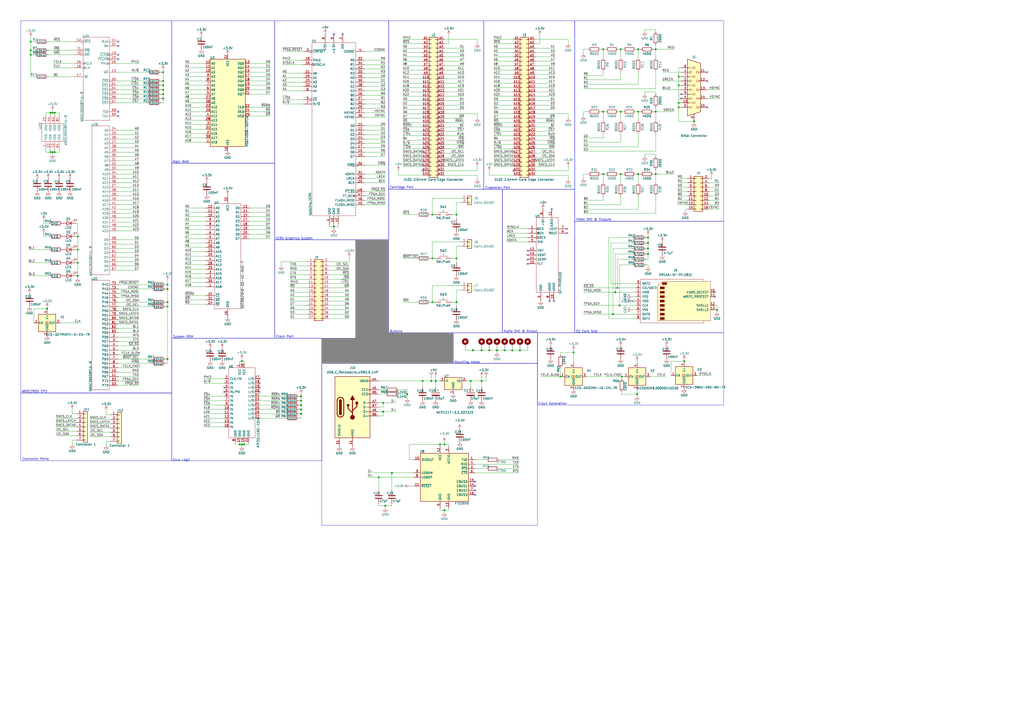
<source format=kicad_sch>
(kicad_sch (version 20231120) (generator "eeschema") (generator_version "8.0")
  (paper "A2")
  (junction (at 17.78 31.75))
  (junction (at 250.825 124.46))
  (junction (at 375.92 144.145))
  (junction (at 29.21 88.265))
  (junction (at 94.615 57.15))
  (junction (at 325.12 218.44))
  (junction (at 97.155 208.28))
  (junction (at 257.81 295.91))
  (junction (at 45.085 137.16))
  (junction (at 349.885 64.77))
  (junction (at 193.675 131.445))
  (junction (at 393.7 59.69))
  (junction (at 97.155 167.64))
  (junction (at 415.925 179.705))
  (junction (at 250.19 220.98))
  (junction (at 219.71 276.86))
  (junction (at 380.365 64.77))
  (junction (at 360.045 28.575))
  (junction (at 236.22 228.6))
  (junction (at 360.045 64.77))
  (junction (at 380.365 28.575))
  (junction (at 360.68 218.44))
  (junction (at 250.825 175.26))
  (junction (at 359.41 177.165))
  (junction (at 94.615 54.61))
  (junction (at 30.48 65.405))
  (junction (at 349.885 28.575))
  (junction (at 174.625 229.87))
  (junction (at 360.045 100.965))
  (junction (at 94.615 41.91))
  (junction (at 355.6 182.245))
  (junction (at 393.7 44.45))
  (junction (at 223.52 293.37))
  (junction (at 250.825 149.86))
  (junction (at 45.085 160.02))
  (junction (at 264.795 175.26))
  (junction (at 29.21 65.405))
  (junction (at 375.92 140.97))
  (junction (at 380.365 100.965))
  (junction (at 17.78 24.13))
  (junction (at 245.11 220.98))
  (junction (at 31.75 88.265))
  (junction (at 292.735 203.2))
  (junction (at 370.205 100.965))
  (junction (at 94.615 46.99))
  (junction (at 174.625 237.49))
  (junction (at 297.18 203.2))
  (junction (at 140.335 209.55))
  (junction (at 283.845 203.2))
  (junction (at 174.625 232.41))
  (junction (at 264.795 149.86))
  (junction (at 273.05 220.98))
  (junction (at 30.48 88.265))
  (junction (at 227.33 274.32))
  (junction (at 279.4 220.98))
  (junction (at 97.155 165.1))
  (junction (at 356.87 169.545))
  (junction (at 370.205 28.575))
  (junction (at 264.795 124.46))
  (junction (at 94.615 52.07))
  (junction (at 222.25 238.76))
  (junction (at 252.73 220.98))
  (junction (at 139.065 257.81))
  (junction (at 393.7 62.23))
  (junction (at 140.335 257.81))
  (junction (at 45.085 152.4))
  (junction (at 349.885 100.965))
  (junction (at 97.155 175.26))
  (junction (at 97.155 177.8))
  (junction (at 369.57 228.6))
  (junction (at 141.605 257.81))
  (junction (at 402.59 70.485))
  (junction (at 332.74 204.47))
  (junction (at 222.25 233.68))
  (junction (at 31.75 65.405))
  (junction (at 370.205 64.77))
  (junction (at 375.92 147.32))
  (junction (at 288.29 203.2))
  (junction (at 375.92 137.795))
  (junction (at 17.78 29.21))
  (junction (at 174.625 240.03))
  (junction (at 45.085 144.78))
  (junction (at 279.4 203.2))
  (junction (at 255.27 257.81))
  (junction (at 174.625 234.95))
  (junction (at 274.32 203.2))
  (junction (at 301.625 203.2))
  (junction (at 358.14 167.005))
  (junction (at 94.615 49.53))
  (junction (at 393.7 49.53))
  (junction (at 257.81 257.81))
  (junction (at 396.875 209.55))
  (junction (at 27.305 179.07))
  (no_connect (at 306.07 150.495))
  (no_connect (at 68.58 24.13))
  (no_connect (at 68.58 34.29))
  (no_connect (at 275.59 279.4))
  (no_connect (at 68.58 64.77))
  (no_connect (at 328.93 135.255))
  (no_connect (at 275.59 284.48))
  (no_connect (at 68.58 31.75))
  (no_connect (at 130.175 224.79))
  (no_connect (at 245.11 99.06))
  (no_connect (at 410.21 62.23))
  (no_connect (at 414.655 169.545))
  (no_connect (at 198.755 19.685))
  (no_connect (at 306.07 145.415))
  (no_connect (at 275.59 281.94))
  (no_connect (at 394.97 57.15))
  (no_connect (at 297.815 99.06))
  (no_connect (at 130.175 227.33))
  (no_connect (at 410.21 41.91))
  (no_connect (at 150.495 219.71))
  (no_connect (at 193.675 19.685))
  (no_connect (at 275.59 287.02))
  (no_connect (at 68.58 67.31))
  (no_connect (at 410.21 46.99))
  (no_connect (at 68.58 26.67))
  (no_connect (at 306.07 147.955))
  (no_connect (at 150.495 222.25))
  (no_connect (at 328.93 132.715))
  (no_connect (at 320.04 121.285))
  (no_connect (at 150.495 224.79))
  (no_connect (at 394.97 54.61))
  (no_connect (at 414.655 172.085))
  (no_connect (at 318.77 174.625))
  (no_connect (at 150.495 227.33))
  (no_connect (at 306.07 153.035))
  (no_connect (at 321.31 174.625))
  (wire (pts (xy 95.885 167.64) (xy 97.155 167.64)))
  (wire (pts (xy 68.58 83.185) (xy 80.645 83.185)))
  (wire (pts (xy 93.345 54.61) (xy 94.615 54.61)))
  (wire (pts (xy 178.435 184.785) (xy 168.275 184.785)))
  (wire (pts (xy 412.75 103.505) (xy 411.48 103.505)))
  (wire (pts (xy 211.455 103.505) (xy 223.52 103.505)))
  (wire (pts (xy 375.92 137.795) (xy 375.92 140.97)))
  (wire (pts (xy 68.58 180.34) (xy 80.645 180.34)))
  (wire (pts (xy 231.14 226.06) (xy 236.22 226.06)))
  (wire (pts (xy 338.455 28.575) (xy 338.455 31.115)))
  (wire (pts (xy 68.58 78.105) (xy 80.645 78.105)))
  (wire (pts (xy 27.94 31.75) (xy 43.18 31.75)))
  (wire (pts (xy 34.29 65.405) (xy 34.29 66.675)))
  (wire (pts (xy 233.68 71.12) (xy 245.11 71.12)))
  (wire (pts (xy 119.38 125.73) (xy 107.315 125.73)))
  (wire (pts (xy 219.71 241.3) (xy 222.25 241.3)))
  (wire (pts (xy 43.815 152.4) (xy 45.085 152.4)))
  (wire (pts (xy 68.58 46.99) (xy 85.725 46.99)))
  (wire (pts (xy 119.38 54.61) (xy 107.315 54.61)))
  (wire (pts (xy 144.78 41.91) (xy 156.845 41.91)))
  (wire (pts (xy 150.495 232.41) (xy 165.735 232.41)))
  (wire (pts (xy 310.515 22.86) (xy 329.565 22.86)))
  (wire (pts (xy 68.58 95.885) (xy 80.645 95.885)))
  (wire (pts (xy 262.255 175.26) (xy 264.795 175.26)))
  (wire (pts (xy 94.615 52.07) (xy 94.615 54.61)))
  (wire (pts (xy 119.38 171.45) (xy 107.315 171.45)))
  (wire (pts (xy 233.68 38.1) (xy 245.11 38.1)))
  (wire (pts (xy 360.68 218.44) (xy 350.52 218.44)))
  (wire (pts (xy 211.455 116.205) (xy 223.52 116.205)))
  (wire (pts (xy 389.255 209.55) (xy 389.255 217.805)))
  (wire (pts (xy 25.4 127.635) (xy 25.4 129.54)))
  (wire (pts (xy 297.815 60.96) (xy 286.385 60.96)))
  (wire (pts (xy 370.205 100.965) (xy 371.475 100.965)))
  (wire (pts (xy 269.875 201.93) (xy 269.875 203.2)))
  (wire (pts (xy 360.045 64.77) (xy 361.315 64.77)))
  (wire (pts (xy 211.455 47.625) (xy 223.52 47.625)))
  (wire (pts (xy 275.59 269.24) (xy 300.99 269.24)))
  (wire (pts (xy 393.7 49.53) (xy 393.7 59.69)))
  (wire (pts (xy 119.38 80.01) (xy 107.315 80.01)))
  (wire (pts (xy 28.575 152.4) (xy 16.51 152.4)))
  (wire (pts (xy 202.565 149.225) (xy 202.565 151.765)))
  (wire (pts (xy 236.22 226.06) (xy 236.22 228.6)))
  (wire (pts (xy 358.14 150.495) (xy 367.03 150.495)))
  (wire (pts (xy 360.045 113.665) (xy 360.045 118.745)))
  (wire (pts (xy 262.255 149.86) (xy 264.795 149.86)))
  (wire (pts (xy 257.81 45.72) (xy 269.24 45.72)))
  (wire (pts (xy 61.595 240.665) (xy 64.135 240.665)))
  (wire (pts (xy 310.515 93.98) (xy 321.945 93.98)))
  (wire (pts (xy 257.81 48.26) (xy 269.24 48.26)))
  (wire (pts (xy 338.455 28.575) (xy 340.995 28.575)))
  (wire (pts (xy 178.435 167.005) (xy 168.275 167.005)))
  (wire (pts (xy 325.12 204.47) (xy 332.74 204.47)))
  (wire (pts (xy 233.68 93.98) (xy 245.11 93.98)))
  (wire (pts (xy 245.11 68.58) (xy 233.68 68.58)))
  (wire (pts (xy 68.58 141.605) (xy 80.645 141.605)))
  (wire (pts (xy 269.24 78.74) (xy 257.81 78.74)))
  (wire (pts (xy 233.68 53.34) (xy 245.11 53.34)))
  (wire (pts (xy 368.935 64.77) (xy 370.205 64.77)))
  (wire (pts (xy 236.22 228.6) (xy 236.22 231.14)))
  (wire (pts (xy 68.58 144.145) (xy 80.645 144.145)))
  (wire (pts (xy 191.135 174.625) (xy 202.565 174.625)))
  (wire (pts (xy 68.58 182.88) (xy 80.645 182.88)))
  (wire (pts (xy 26.67 65.405) (xy 26.67 66.675)))
  (wire (pts (xy 222.25 238.76) (xy 222.25 241.3)))
  (wire (pts (xy 130.175 222.25) (xy 118.11 222.25)))
  (wire (pts (xy 41.91 255.27) (xy 41.91 257.81)))
  (wire (pts (xy 144.78 49.53) (xy 156.845 49.53)))
  (wire (pts (xy 257.81 35.56) (xy 269.24 35.56)))
  (wire (pts (xy 358.14 167.005) (xy 368.935 167.005)))
  (wire (pts (xy 370.205 41.275) (xy 370.205 48.895)))
  (wire (pts (xy 257.81 58.42) (xy 269.24 58.42)))
  (wire (pts (xy 119.38 59.69) (xy 107.315 59.69)))
  (wire (pts (xy 119.38 69.85) (xy 107.315 69.85)))
  (wire (pts (xy 233.68 91.44) (xy 245.11 91.44)))
  (wire (pts (xy 257.81 99.06) (xy 276.86 99.06)))
  (wire (pts (xy 393.7 59.69) (xy 393.7 62.23)))
  (wire (pts (xy 68.58 118.745) (xy 80.645 118.745)))
  (wire (pts (xy 191.135 131.445) (xy 193.675 131.445)))
  (wire (pts (xy 68.58 90.805) (xy 80.645 90.805)))
  (wire (pts (xy 255.27 257.81) (xy 257.81 257.81)))
  (wire (pts (xy 286.385 40.64) (xy 297.815 40.64)))
  (wire (pts (xy 140.335 208.28) (xy 140.335 209.55)))
  (wire (pts (xy 27.94 24.13) (xy 43.18 24.13)))
  (wire (pts (xy 288.29 201.93) (xy 288.29 203.2)))
  (wire (pts (xy 150.495 237.49) (xy 165.735 237.49)))
  (wire (pts (xy 144.78 133.35) (xy 156.845 133.35)))
  (wire (pts (xy 366.395 179.705) (xy 368.935 179.705)))
  (wire (pts (xy 286.385 93.98) (xy 297.815 93.98)))
  (wire (pts (xy 64.135 248.285) (xy 52.07 248.285)))
  (wire (pts (xy 30.48 65.405) (xy 31.75 65.405)))
  (wire (pts (xy 97.155 175.26) (xy 97.155 177.8)))
  (wire (pts (xy 310.515 63.5) (xy 321.945 63.5)))
  (wire (pts (xy 325.12 213.36) (xy 325.12 218.44)))
  (wire (pts (xy 360.045 41.275) (xy 360.045 46.355)))
  (wire (pts (xy 211.455 100.965) (xy 223.52 100.965)))
  (wire (pts (xy 211.455 29.845) (xy 223.52 29.845)))
  (wire (pts (xy 374.015 17.145) (xy 380.365 17.145)))
  (wire (pts (xy 289.56 271.78) (xy 300.99 271.78)))
  (wire (pts (xy 233.68 30.48) (xy 245.11 30.48)))
  (wire (pts (xy 359.41 177.165) (xy 368.935 177.165)))
  (wire (pts (xy 219.71 236.22) (xy 222.25 236.22)))
  (wire (pts (xy 374.65 153.67) (xy 375.92 153.67)))
  (wire (pts (xy 286.385 45.72) (xy 297.815 45.72)))
  (wire (pts (xy 97.155 167.64) (xy 97.155 175.26)))
  (wire (pts (xy 119.38 153.67) (xy 107.315 153.67)))
  (wire (pts (xy 375.92 147.32) (xy 375.92 150.495)))
  (wire (pts (xy 68.58 156.845) (xy 80.645 156.845)))
  (wire (pts (xy 348.615 28.575) (xy 349.885 28.575)))
  (wire (pts (xy 20.32 44.45) (xy 17.78 44.45)))
  (wire (pts (xy 140.335 209.55) (xy 141.605 209.55)))
  (wire (pts (xy 130.175 240.03) (xy 118.11 240.03)))
  (wire (pts (xy 222.25 233.68) (xy 222.25 236.22)))
  (wire (pts (xy 45.085 129.54) (xy 45.085 137.16)))
  (wire (pts (xy 68.58 205.74) (xy 81.28 205.74)))
  (wire (pts (xy 227.33 293.37) (xy 227.33 292.1)))
  (wire (pts (xy 68.58 103.505) (xy 80.645 103.505)))
  (wire (pts (xy 369.57 209.55) (xy 369.57 210.82)))
  (wire (pts (xy 306.07 137.795) (xy 294.005 137.795)))
  (wire (pts (xy 379.095 64.77) (xy 380.365 64.77)))
  (wire (pts (xy 95.885 208.28) (xy 97.155 208.28)))
  (wire (pts (xy 130.175 234.95) (xy 118.11 234.95)))
  (wire (pts (xy 286.385 66.04) (xy 297.815 66.04)))
  (wire (pts (xy 359.41 153.67) (xy 359.41 177.165)))
  (wire (pts (xy 338.455 43.815) (xy 349.885 43.815)))
  (wire (pts (xy 68.58 108.585) (xy 80.645 108.585)))
  (wire (pts (xy 139.065 257.81) (xy 140.335 257.81)))
  (wire (pts (xy 174.625 237.49) (xy 174.625 240.03)))
  (wire (pts (xy 286.385 33.02) (xy 297.815 33.02)))
  (wire (pts (xy 279.4 201.93) (xy 279.4 203.2)))
  (wire (pts (xy 257.81 27.94) (xy 269.24 27.94)))
  (wire (pts (xy 178.435 156.845) (xy 168.275 156.845)))
  (wire (pts (xy 31.75 65.405) (xy 34.29 65.405)))
  (wire (pts (xy 233.68 124.46) (xy 241.935 124.46)))
  (wire (pts (xy 338.455 123.825) (xy 380.365 123.825)))
  (wire (pts (xy 68.58 59.69) (xy 85.725 59.69)))
  (wire (pts (xy 393.065 106.045) (xy 398.78 106.045)))
  (wire (pts (xy 26.67 65.405) (xy 29.21 65.405)))
  (wire (pts (xy 245.11 63.5) (xy 233.68 63.5)))
  (wire (pts (xy 252.73 220.98) (xy 252.73 224.79)))
  (wire (pts (xy 286.385 86.36) (xy 297.815 86.36)))
  (wire (pts (xy 301.625 201.93) (xy 301.625 203.2)))
  (wire (pts (xy 211.455 75.565) (xy 223.52 75.565)))
  (wire (pts (xy 97.155 208.28) (xy 97.155 210.82)))
  (wire (pts (xy 173.355 232.41) (xy 174.625 232.41)))
  (wire (pts (xy 402.59 69.85) (xy 402.59 70.485)))
  (wire (pts (xy 249.555 124.46) (xy 250.825 124.46)))
  (wire (pts (xy 393.7 62.23) (xy 393.7 70.485)))
  (wire (pts (xy 255.27 257.81) (xy 255.27 259.08)))
  (wire (pts (xy 338.455 100.965) (xy 340.995 100.965)))
  (wire (pts (xy 340.36 218.44) (xy 349.25 218.44)))
  (wire (pts (xy 301.625 203.2) (xy 306.07 203.2)))
  (wire (pts (xy 144.78 138.43) (xy 156.845 138.43)))
  (wire (pts (xy 28.575 144.78) (xy 16.51 144.78)))
  (wire (pts (xy 321.945 76.2) (xy 310.515 76.2)))
  (wire (pts (xy 338.455 121.285) (xy 370.205 121.285)))
  (wire (pts (xy 44.45 242.57) (xy 32.385 242.57)))
  (wire (pts (xy 257.81 25.4) (xy 260.35 25.4)))
  (wire (pts (xy 360.68 227.33) (xy 360.68 228.6)))
  (wire (pts (xy 45.085 152.4) (xy 45.085 160.02)))
  (wire (pts (xy 354.33 140.97) (xy 367.03 140.97)))
  (wire (pts (xy 68.58 185.42) (xy 80.645 185.42)))
  (wire (pts (xy 173.355 240.03) (xy 174.625 240.03)))
  (wire (pts (xy 175.895 57.785) (xy 163.83 57.785)))
  (wire (pts (xy 249.555 175.26) (xy 250.825 175.26)))
  (wire (pts (xy 68.58 139.065) (xy 80.645 139.065)))
  (wire (pts (xy 17.78 24.13) (xy 17.78 29.21)))
  (wire (pts (xy 310.515 96.52) (xy 321.945 96.52)))
  (wire (pts (xy 283.845 99.06) (xy 283.845 101.6)))
  (wire (pts (xy 380.365 89.535) (xy 380.365 90.805)))
  (wire (pts (xy 95.885 210.82) (xy 97.155 210.82)))
  (wire (pts (xy 174.625 234.95) (xy 174.625 237.49)))
  (wire (pts (xy 380.365 77.47) (xy 380.365 87.63)))
  (wire (pts (xy 310.515 101.6) (xy 329.565 101.6)))
  (wire (pts (xy 178.435 182.245) (xy 168.275 182.245)))
  (wire (pts (xy 286.385 27.94) (xy 297.815 27.94)))
  (wire (pts (xy 412.75 217.805) (xy 404.495 217.805)))
  (wire (pts (xy 130.175 245.11) (xy 118.11 245.11)))
  (wire (pts (xy 369.57 228.6) (xy 369.57 226.06)))
  (wire (pts (xy 144.78 36.83) (xy 156.845 36.83)))
  (wire (pts (xy 237.49 281.94) (xy 240.03 281.94)))
  (wire (pts (xy 321.945 71.12) (xy 310.515 71.12)))
  (wire (pts (xy 321.945 68.58) (xy 310.515 68.58)))
  (wire (pts (xy 119.38 41.91) (xy 107.315 41.91)))
  (wire (pts (xy 286.385 73.66) (xy 297.815 73.66)))
  (wire (pts (xy 310.515 55.88) (xy 321.945 55.88)))
  (wire (pts (xy 360.045 28.575) (xy 361.315 28.575)))
  (wire (pts (xy 150.495 234.95) (xy 165.735 234.95)))
  (wire (pts (xy 260.35 294.64) (xy 260.35 295.91)))
  (wire (pts (xy 359.41 153.67) (xy 367.03 153.67)))
  (wire (pts (xy 411.48 111.125) (xy 417.195 111.125)))
  (wire (pts (xy 144.78 130.81) (xy 156.845 130.81)))
  (wire (pts (xy 43.815 160.02) (xy 45.085 160.02)))
  (wire (pts (xy 34.29 86.995) (xy 34.29 88.265)))
  (wire (pts (xy 360.045 100.965) (xy 361.315 100.965)))
  (wire (pts (xy 233.68 81.28) (xy 245.11 81.28)))
  (wire (pts (xy 30.48 88.265) (xy 31.75 88.265)))
  (wire (pts (xy 368.935 100.965) (xy 370.205 100.965)))
  (wire (pts (xy 233.68 149.86) (xy 241.935 149.86)))
  (wire (pts (xy 231.14 99.06) (xy 231.14 101.6)))
  (wire (pts (xy 144.78 135.89) (xy 156.845 135.89)))
  (wire (pts (xy 233.68 27.94) (xy 245.11 27.94)))
  (wire (pts (xy 262.255 124.46) (xy 264.795 124.46)))
  (wire (pts (xy 264.795 168.275) (xy 264.795 175.26)))
  (wire (pts (xy 141.605 209.55) (xy 141.605 210.82)))
  (wire (pts (xy 211.455 106.045) (xy 223.52 106.045)))
  (wire (pts (xy 393.7 39.37) (xy 393.7 44.45)))
  (wire (pts (xy 213.36 276.86) (xy 219.71 276.86)))
  (wire (pts (xy 175.895 45.085) (xy 163.83 45.085)))
  (wire (pts (xy 353.06 184.785) (xy 368.935 184.785)))
  (wire (pts (xy 119.38 64.77) (xy 107.315 64.77)))
  (wire (pts (xy 175.895 42.545) (xy 163.83 42.545)))
  (wire (pts (xy 355.6 144.145) (xy 355.6 182.245)))
  (wire (pts (xy 174.625 232.41) (xy 174.625 234.95)))
  (wire (pts (xy 414.655 179.705) (xy 415.925 179.705)))
  (wire (pts (xy 332.74 203.2) (xy 332.74 204.47)))
  (wire (pts (xy 310.515 60.96) (xy 321.945 60.96)))
  (wire (pts (xy 257.81 50.8) (xy 269.24 50.8)))
  (wire (pts (xy 119.38 128.27) (xy 107.315 128.27)))
  (wire (pts (xy 94.615 46.99) (xy 94.615 49.53)))
  (wire (pts (xy 68.58 133.985) (xy 80.645 133.985)))
  (wire (pts (xy 61.595 255.905) (xy 64.135 255.905)))
  (wire (pts (xy 286.385 96.52) (xy 297.815 96.52)))
  (wire (pts (xy 175.895 50.165) (xy 163.83 50.165)))
  (wire (pts (xy 310.515 45.72) (xy 321.945 45.72)))
  (wire (pts (xy 411.48 106.045) (xy 417.195 106.045)))
  (wire (pts (xy 43.815 144.78) (xy 45.085 144.78)))
  (wire (pts (xy 68.58 208.28) (xy 88.265 208.28)))
  (wire (pts (xy 119.38 156.21) (xy 107.315 156.21)))
  (wire (pts (xy 233.68 22.86) (xy 245.11 22.86)))
  (wire (pts (xy 20.32 24.13) (xy 17.78 24.13)))
  (wire (pts (xy 286.385 43.18) (xy 297.815 43.18)))
  (wire (pts (xy 374.65 137.795) (xy 375.92 137.795)))
  (wire (pts (xy 119.38 120.65) (xy 107.315 120.65)))
  (wire (pts (xy 257.81 88.9) (xy 269.24 88.9)))
  (wire (pts (xy 144.78 39.37) (xy 156.845 39.37)))
  (wire (pts (xy 257.81 22.86) (xy 276.86 22.86)))
  (wire (pts (xy 17.78 29.21) (xy 17.78 31.75)))
  (wire (pts (xy 130.175 219.71) (xy 118.11 219.71)))
  (wire (pts (xy 375.92 144.145) (xy 375.92 147.32)))
  (wire (pts (xy 174.625 240.03) (xy 174.625 242.57)))
  (wire (pts (xy 250.19 220.98) (xy 252.73 220.98)))
  (wire (pts (xy 144.78 123.19) (xy 156.845 123.19)))
  (wire (pts (xy 94.615 49.53) (xy 94.615 52.07)))
  (wire (pts (xy 94.615 54.61) (xy 94.615 57.15)))
  (wire (pts (xy 380.365 28.575) (xy 380.365 33.655)))
  (wire (pts (xy 44.45 252.73) (xy 32.385 252.73)))
  (wire (pts (xy 144.78 125.73) (xy 156.845 125.73)))
  (wire (pts (xy 211.455 111.125) (xy 223.52 111.125)))
  (wire (pts (xy 144.78 44.45) (xy 156.845 44.45)))
  (wire (pts (xy 68.58 54.61) (xy 85.725 54.61)))
  (wire (pts (xy 68.58 149.225) (xy 80.645 149.225)))
  (wire (pts (xy 29.21 88.265) (xy 30.48 88.265)))
  (wire (pts (xy 370.205 77.47) (xy 370.205 85.09)))
  (wire (pts (xy 144.145 256.54) (xy 144.145 257.81)))
  (wire (pts (xy 68.58 75.565) (xy 80.645 75.565)))
  (wire (pts (xy 29.21 86.995) (xy 29.21 88.265)))
  (wire (pts (xy 211.455 113.665) (xy 223.52 113.665)))
  (wire (pts (xy 191.135 169.545) (xy 202.565 169.545)))
  (wire (pts (xy 219.71 226.06) (xy 223.52 226.06)))
  (wire (pts (xy 360.045 64.77) (xy 360.045 69.85)))
  (wire (pts (xy 202.565 184.785) (xy 191.135 184.785)))
  (wire (pts (xy 211.455 57.785) (xy 223.52 57.785)))
  (wire (pts (xy 269.24 86.36) (xy 257.81 86.36)))
  (wire (pts (xy 389.255 209.55) (xy 396.875 209.55)))
  (wire (pts (xy 255.27 295.91) (xy 257.81 295.91)))
  (wire (pts (xy 338.455 46.355) (xy 360.045 46.355)))
  (wire (pts (xy 360.045 77.47) (xy 360.045 82.55)))
  (wire (pts (xy 250.825 124.46) (xy 252.095 124.46)))
  (wire (pts (xy 68.58 116.205) (xy 80.645 116.205)))
  (wire (pts (xy 292.735 203.2) (xy 292.735 201.93)))
  (wire (pts (xy 410.21 57.15) (xy 417.83 57.15)))
  (wire (pts (xy 64.135 245.745) (xy 52.07 245.745)))
  (wire (pts (xy 286.385 22.86) (xy 297.815 22.86)))
  (wire (pts (xy 310.515 81.28) (xy 321.945 81.28)))
  (wire (pts (xy 274.32 203.2) (xy 279.4 203.2)))
  (wire (pts (xy 286.385 78.74) (xy 297.815 78.74)))
  (wire (pts (xy 250.825 165.735) (xy 250.825 175.26)))
  (wire (pts (xy 380.365 98.425) (xy 380.365 100.965)))
  (wire (pts (xy 329.565 96.52) (xy 329.565 99.06)))
  (wire (pts (xy 130.175 232.41) (xy 118.11 232.41)))
  (wire (pts (xy 361.95 218.44) (xy 360.68 218.44)))
  (wire (pts (xy 193.675 130.175) (xy 193.675 131.445)))
  (wire (pts (xy 211.455 85.725) (xy 223.52 85.725)))
  (wire (pts (xy 144.78 52.07) (xy 156.845 52.07)))
  (wire (pts (xy 237.49 257.81) (xy 255.27 257.81)))
  (wire (pts (xy 310.515 27.94) (xy 321.945 27.94)))
  (wire (pts (xy 19.685 179.07) (xy 27.305 179.07)))
  (wire (pts (xy 68.58 215.9) (xy 80.645 215.9)))
  (wire (pts (xy 93.345 52.07) (xy 94.615 52.07)))
  (wire (pts (xy 260.35 257.81) (xy 260.35 259.08)))
  (wire (pts (xy 178.435 177.165) (xy 168.275 177.165)))
  (wire (pts (xy 68.58 93.345) (xy 80.645 93.345)))
  (wire (pts (xy 191.135 161.925) (xy 202.565 161.925)))
  (wire (pts (xy 178.435 174.625) (xy 168.275 174.625)))
  (wire (pts (xy 380.365 64.77) (xy 391.16 64.77)))
  (wire (pts (xy 281.94 218.44) (xy 281.94 220.98)))
  (wire (pts (xy 130.175 237.49) (xy 118.11 237.49)))
  (wire (pts (xy 219.71 238.76) (xy 222.25 238.76)))
  (wire (pts (xy 380.365 62.23) (xy 380.365 64.77)))
  (wire (pts (xy 349.885 100.965) (xy 351.155 100.965)))
  (wire (pts (xy 374.015 53.34) (xy 374.015 54.61)))
  (wire (pts (xy 338.455 64.77) (xy 340.995 64.77)))
  (wire (pts (xy 310.515 91.44) (xy 321.945 91.44)))
  (wire (pts (xy 329.565 22.86) (xy 329.565 25.4)))
  (wire (pts (xy 211.455 73.025) (xy 223.52 73.025)))
  (wire (pts (xy 130.175 247.65) (xy 118.11 247.65)))
  (wire (pts (xy 95.885 177.8) (xy 97.155 177.8)))
  (wire (pts (xy 257.81 101.6) (xy 276.86 101.6)))
  (wire (pts (xy 257.81 91.44) (xy 269.24 91.44)))
  (wire (pts (xy 97.155 162.56) (xy 97.155 165.1)))
  (wire (pts (xy 358.14 150.495) (xy 358.14 167.005)))
  (wire (pts (xy 393.7 70.485) (xy 402.59 70.485)))
  (wire (pts (xy 349.885 41.275) (xy 349.885 43.815)))
  (wire (pts (xy 119.38 130.81) (xy 107.315 130.81)))
  (wire (pts (xy 119.38 133.35) (xy 107.315 133.35)))
  (wire (pts (xy 338.455 80.01) (xy 349.885 80.01)))
  (wire (pts (xy 68.58 52.07) (xy 85.725 52.07)))
  (wire (pts (xy 380.365 28.575) (xy 391.16 28.575)))
  (wire (pts (xy 310.515 35.56) (xy 321.945 35.56)))
  (wire (pts (xy 233.68 175.26) (xy 241.935 175.26)))
  (wire (pts (xy 68.58 88.265) (xy 80.645 88.265)))
  (wire (pts (xy 219.71 276.86) (xy 240.03 276.86)))
  (wire (pts (xy 257.81 256.54) (xy 257.81 257.81)))
  (wire (pts (xy 144.78 128.27) (xy 156.845 128.27)))
  (wire (pts (xy 306.07 201.93) (xy 306.07 203.2)))
  (wire (pts (xy 245.11 48.26) (xy 233.68 48.26)))
  (wire (pts (xy 286.385 38.1) (xy 297.815 38.1)))
  (wire (pts (xy 175.895 52.705) (xy 163.83 52.705)))
  (wire (pts (xy 68.58 193.04) (xy 80.645 193.04)))
  (wire (pts (xy 286.385 88.9) (xy 297.815 88.9)))
  (wire (pts (xy 64.135 243.205) (xy 52.07 243.205)))
  (wire (pts (xy 26.67 86.995) (xy 26.67 88.265)))
  (wire (pts (xy 276.86 96.52) (xy 276.86 99.06)))
  (wire (pts (xy 374.65 150.495) (xy 375.92 150.495)))
  (wire (pts (xy 173.355 242.57) (xy 174.625 242.57)))
  (wire (pts (xy 168.275 154.305) (xy 178.435 154.305)))
  (wire (pts (xy 297.815 101.6) (xy 283.845 101.6)))
  (wire (pts (xy 219.71 220.98) (xy 245.11 220.98)))
  (wire (pts (xy 222.25 233.68) (xy 229.87 233.68)))
  (wire (pts (xy 393.7 39.37) (xy 394.97 39.37)))
  (wire (pts (xy 286.385 35.56) (xy 297.815 35.56)))
  (wire (pts (xy 360.68 228.6) (xy 369.57 228.6)))
  (wire (pts (xy 310.515 43.18) (xy 321.945 43.18)))
  (wire (pts (xy 264.795 142.875) (xy 264.795 149.86)))
  (wire (pts (xy 270.51 220.98) (xy 273.05 220.98)))
  (wire (pts (xy 349.885 100.965) (xy 349.885 106.045)))
  (wire (pts (xy 233.68 73.66) (xy 245.11 73.66)))
  (wire (pts (xy 250.825 165.735) (xy 267.335 165.735)))
  (wire (pts (xy 332.74 204.47) (xy 332.74 210.82)))
  (wire (pts (xy 175.895 34.925) (xy 163.83 34.925)))
  (wire (pts (xy 257.81 81.28) (xy 269.24 81.28)))
  (wire (pts (xy 41.91 240.03) (xy 44.45 240.03)))
  (wire (pts (xy 410.21 52.07) (xy 417.83 52.07)))
  (wire (pts (xy 283.845 203.2) (xy 288.29 203.2)))
  (wire (pts (xy 245.11 220.98) (xy 245.11 224.79)))
  (wire (pts (xy 119.38 74.93) (xy 107.315 74.93)))
  (wire (pts (xy 380.365 100.965) (xy 391.16 100.965)))
  (wire (pts (xy 44.45 250.19) (xy 32.385 250.19)))
  (wire (pts (xy 374.015 89.535) (xy 374.015 90.805)))
  (wire (pts (xy 397.51 121.285) (xy 397.51 122.555)))
  (wire (pts (xy 286.385 81.28) (xy 297.815 81.28)))
  (wire (pts (xy 163.195 151.765) (xy 178.435 151.765)))
  (wire (pts (xy 310.515 30.48) (xy 321.945 30.48)))
  (wire (pts (xy 288.29 203.2) (xy 292.735 203.2)))
  (wire (pts (xy 275.59 271.78) (xy 281.94 271.78)))
  (wire (pts (xy 231.14 228.6) (xy 236.22 228.6)))
  (wire (pts (xy 286.385 83.82) (xy 297.815 83.82)))
  (wire (pts (xy 374.015 89.535) (xy 380.365 89.535)))
  (wire (pts (xy 68.58 151.765) (xy 80.645 151.765)))
  (wire (pts (xy 191.135 151.765) (xy 202.565 151.765)))
  (wire (pts (xy 402.59 70.485) (xy 402.59 71.12)))
  (wire (pts (xy 163.83 37.465) (xy 175.895 37.465)))
  (wire (pts (xy 45.085 144.78) (xy 45.085 152.4)))
  (wire (pts (xy 279.4 220.98) (xy 279.4 224.79)))
  (wire (pts (xy 393.7 49.53) (xy 394.97 49.53)))
  (wire (pts (xy 393.065 116.205) (xy 398.78 116.205)))
  (wire (pts (xy 349.885 77.47) (xy 349.885 80.01)))
  (wire (pts (xy 150.495 242.57) (xy 165.735 242.57)))
  (wire (pts (xy 374.65 144.145) (xy 375.92 144.145)))
  (wire (pts (xy 211.455 67.945) (xy 223.52 67.945)))
  (wire (pts (xy 370.205 100.965) (xy 370.205 106.045)))
  (wire (pts (xy 144.78 67.31) (xy 156.845 67.31)))
  (wire (pts (xy 274.32 201.93) (xy 274.32 203.2)))
  (wire (pts (xy 68.58 106.045) (xy 80.645 106.045)))
  (wire (pts (xy 245.11 50.8) (xy 233.68 50.8)))
  (wire (pts (xy 61.595 255.905) (xy 61.595 258.445)))
  (wire (pts (xy 174.625 228.6) (xy 174.625 229.87)))
  (wire (pts (xy 68.58 121.285) (xy 80.645 121.285)))
  (wire (pts (xy 415.925 179.705) (xy 415.925 180.975)))
  (wire (pts (xy 310.515 83.82) (xy 321.945 83.82)))
  (wire (pts (xy 68.58 128.905) (xy 80.645 128.905)))
  (wire (pts (xy 338.455 177.165) (xy 359.41 177.165)))
  (wire (pts (xy 380.365 64.77) (xy 380.365 69.85)))
  (wire (pts (xy 249.555 149.86) (xy 250.825 149.86)))
  (wire (pts (xy 250.19 218.44) (xy 250.19 220.98)))
  (wire (pts (xy 119.38 166.37) (xy 107.315 166.37)))
  (wire (pts (xy 68.58 172.72) (xy 80.645 172.72)))
  (wire (pts (xy 175.895 60.325) (xy 163.83 60.325)))
  (wire (pts (xy 31.115 39.37) (xy 43.18 39.37)))
  (wire (pts (xy 375.92 140.97) (xy 375.92 144.145)))
  (wire (pts (xy 264.795 175.26) (xy 264.795 177.8)))
  (wire (pts (xy 211.455 37.465) (xy 223.52 37.465)))
  (wire (pts (xy 349.885 28.575) (xy 349.885 33.655)))
  (wire (pts (xy 43.815 137.16) (xy 45.085 137.16)))
  (wire (pts (xy 338.455 169.545) (xy 356.87 169.545)))
  (wire (pts (xy 46.99 187.325) (xy 34.925 187.325)))
  (wire (pts (xy 233.68 55.88) (xy 245.11 55.88)))
  (wire (pts (xy 141.605 257.81) (xy 144.145 257.81)))
  (wire (pts (xy 279.4 203.2) (xy 283.845 203.2)))
  (wire (pts (xy 68.58 203.2) (xy 80.645 203.2)))
  (wire (pts (xy 264.795 117.475) (xy 264.795 124.46)))
  (wire (pts (xy 119.38 176.53) (xy 107.315 176.53)))
  (wire (pts (xy 30.48 64.135) (xy 30.48 65.405)))
  (wire (pts (xy 119.38 123.19) (xy 107.315 123.19)))
  (wire (pts (xy 411.48 108.585) (xy 417.195 108.585)))
  (wire (pts (xy 144.78 46.99) (xy 156.845 46.99)))
  (wire (pts (xy 380.365 113.665) (xy 380.365 123.825)))
  (wire (pts (xy 393.7 59.69) (xy 394.97 59.69)))
  (wire (pts (xy 93.345 59.69) (xy 94.615 59.69)))
  (wire (pts (xy 237.49 257.81) (xy 237.49 266.7)))
  (wire (pts (xy 397.51 121.285) (xy 398.78 121.285)))
  (wire (pts (xy 119.38 52.07) (xy 107.315 52.07)))
  (wire (pts (xy 173.355 234.95) (xy 174.625 234.95)))
  (wire (pts (xy 286.385 91.44) (xy 297.815 91.44)))
  (wire (pts (xy 354.33 164.465) (xy 368.935 164.465)))
  (wire (pts (xy 310.515 66.04) (xy 329.565 66.04)))
  (wire (pts (xy 325.12 204.47) (xy 325.12 205.74)))
  (wire (pts (xy 321.945 78.74) (xy 310.515 78.74)))
  (wire (pts (xy 25.4 135.255) (xy 25.4 137.16)))
  (wire (pts (xy 338.455 87.63) (xy 380.365 87.63)))
  (wire (pts (xy 349.885 113.665) (xy 349.885 116.205)))
  (wire (pts (xy 97.155 165.1) (xy 97.155 167.64)))
  (wire (pts (xy 411.48 113.665) (xy 417.195 113.665)))
  (wire (pts (xy 211.455 118.745) (xy 223.52 118.745)))
  (wire (pts (xy 237.49 266.7) (xy 240.03 266.7)))
  (wire (pts (xy 250.825 114.935) (xy 267.335 114.935)))
  (wire (pts (xy 140.335 257.81) (xy 140.335 259.08)))
  (wire (pts (xy 338.455 116.205) (xy 349.885 116.205)))
  (wire (pts (xy 68.58 154.305) (xy 80.645 154.305)))
  (wire (pts (xy 252.73 220.98) (xy 255.27 220.98)))
  (wire (pts (xy 64.135 250.825) (xy 52.07 250.825)))
  (wire (pts (xy 68.58 123.825) (xy 80.645 123.825)))
  (wire (pts (xy 414.655 177.165) (xy 415.925 177.165)))
  (wire (pts (xy 233.68 45.72) (xy 245.11 45.72)))
  (wire (pts (xy 43.815 129.54) (xy 45.085 129.54)))
  (wire (pts (xy 191.135 156.845) (xy 202.565 156.845)))
  (wire (pts (xy 119.38 36.83) (xy 107.315 36.83)))
  (wire (pts (xy 275.59 266.7) (xy 281.94 266.7)))
  (wire (pts (xy 358.775 64.77) (xy 360.045 64.77)))
  (wire (pts (xy 310.515 33.02) (xy 321.945 33.02)))
  (wire (pts (xy 306.07 135.255) (xy 294.005 135.255)))
  (wire (pts (xy 325.12 218.44) (xy 313.69 218.44)))
  (wire (pts (xy 191.135 182.245) (xy 202.565 182.245)))
  (wire (pts (xy 61.595 238.125) (xy 61.595 240.665)))
  (wire (pts (xy 393.7 44.45) (xy 393.7 49.53)))
  (wire (pts (xy 360.045 100.965) (xy 360.045 106.045)))
  (wire (pts (xy 119.38 67.31) (xy 107.315 67.31)))
  (wire (pts (xy 233.68 88.9) (xy 245.11 88.9)))
  (wire (pts (xy 264.795 168.275) (xy 267.335 168.275)))
  (wire (pts (xy 358.775 100.965) (xy 360.045 100.965)))
  (wire (pts (xy 380.365 100.965) (xy 380.365 106.045)))
  (wire (pts (xy 68.58 126.365) (xy 80.645 126.365)))
  (wire (pts (xy 45.085 137.16) (xy 45.085 144.78)))
  (wire (pts (xy 233.68 96.52) (xy 245.11 96.52)))
  (wire (pts (xy 223.52 293.37) (xy 223.52 294.64)))
  (wire (pts (xy 68.58 111.125) (xy 80.645 111.125)))
  (wire (pts (xy 250.825 175.26) (xy 252.095 175.26)))
  (wire (pts (xy 349.885 64.77) (xy 351.155 64.77)))
  (wire (pts (xy 338.455 182.245) (xy 355.6 182.245)))
  (wire (pts (xy 28.575 129.54) (xy 25.4 129.54)))
  (wire (pts (xy 257.81 66.04) (xy 276.86 66.04)))
  (wire (pts (xy 119.38 163.83) (xy 107.315 163.83)))
  (wire (pts (xy 250.825 140.335) (xy 250.825 149.86)))
  (wire (pts (xy 245.11 58.42) (xy 233.68 58.42)))
  (wire (pts (xy 144.78 64.77) (xy 156.845 64.77)))
  (wire (pts (xy 358.775 28.575) (xy 360.045 28.575)))
  (wire (pts (xy 310.515 25.4) (xy 313.055 25.4)))
  (wire (pts (xy 139.065 209.55) (xy 140.335 209.55)))
  (wire (pts (xy 329.565 101.6) (xy 329.565 104.14)))
  (wire (pts (xy 211.455 83.185) (xy 223.52 83.185)))
  (wire (pts (xy 27.94 44.45) (xy 43.18 44.45)))
  (wire (pts (xy 250.825 149.86) (xy 252.095 149.86)))
  (wire (pts (xy 306.07 132.715) (xy 294.005 132.715)))
  (wire (pts (xy 213.36 274.32) (xy 227.33 274.32)))
  (wire (pts (xy 292.735 203.2) (xy 297.18 203.2)))
  (wire (pts (xy 119.38 49.53) (xy 107.315 49.53)))
  (wire (pts (xy 396.875 208.915) (xy 396.875 209.55)))
  (wire (pts (xy 338.455 48.895) (xy 370.205 48.895)))
  (wire (pts (xy 233.68 78.74) (xy 245.11 78.74)))
  (wire (pts (xy 219.71 293.37) (xy 223.52 293.37)))
  (wire (pts (xy 163.195 151.765) (xy 163.195 154.305)))
  (wire (pts (xy 119.38 39.37) (xy 107.315 39.37)))
  (wire (pts (xy 257.81 295.91) (xy 257.81 297.18)))
  (wire (pts (xy 297.815 58.42) (xy 286.385 58.42)))
  (wire (pts (xy 211.455 80.645) (xy 223.52 80.645)))
  (wire (pts (xy 64.135 253.365) (xy 52.07 253.365)))
  (wire (pts (xy 68.58 187.96) (xy 80.645 187.96)))
  (wire (pts (xy 257.81 30.48) (xy 269.24 30.48)))
  (wire (pts (xy 394.97 41.91) (xy 384.175 41.91)))
  (wire (pts (xy 264.795 117.475) (xy 267.335 117.475)))
  (wire (pts (xy 356.87 147.32) (xy 356.87 169.545)))
  (wire (pts (xy 119.38 173.99) (xy 107.315 173.99)))
  (wire (pts (xy 393.065 103.505) (xy 398.78 103.505)))
  (wire (pts (xy 310.515 58.42) (xy 321.945 58.42)))
  (wire (pts (xy 279.4 220.98) (xy 281.94 220.98)))
  (wire (pts (xy 338.455 118.745) (xy 360.045 118.745)))
  (wire (pts (xy 375.92 153.67) (xy 375.92 154.94)))
  (wire (pts (xy 366.395 172.085) (xy 368.935 172.085)))
  (wire (pts (xy 95.885 165.1) (xy 97.155 165.1)))
  (wire (pts (xy 233.68 66.04) (xy 245.11 66.04)))
  (wire (pts (xy 393.065 118.745) (xy 398.78 118.745)))
  (wire (pts (xy 250.825 140.335) (xy 267.335 140.335)))
  (wire (pts (xy 297.815 63.5) (xy 286.385 63.5)))
  (wire (pts (xy 393.065 111.125) (xy 398.78 111.125)))
  (wire (pts (xy 68.58 195.58) (xy 80.645 195.58)))
  (wire (pts (xy 31.75 88.265) (xy 34.29 88.265)))
  (wire (pts (xy 264.795 142.875) (xy 267.335 142.875)))
  (wire (pts (xy 140.335 257.81) (xy 141.605 257.81)))
  (wire (pts (xy 245.11 60.96) (xy 233.68 60.96)))
  (wire (pts (xy 178.435 161.925) (xy 168.275 161.925)))
  (wire (pts (xy 20.32 29.21) (xy 17.78 29.21)))
  (wire (pts (xy 196.215 130.175) (xy 196.215 131.445)))
  (wire (pts (xy 313.055 20.32) (xy 313.055 25.4)))
  (wire (pts (xy 380.365 26.035) (xy 380.365 28.575)))
  (wire (pts (xy 355.6 144.145) (xy 367.03 144.145)))
  (wire (pts (xy 68.58 100.965) (xy 80.645 100.965)))
  (wire (pts (xy 360.68 218.44) (xy 360.68 219.71)))
  (wire (pts (xy 380.365 41.275) (xy 380.365 51.435)))
  (wire (pts (xy 354.33 140.97) (xy 354.33 164.465)))
  (wire (pts (xy 30.48 88.265) (xy 30.48 89.535)))
  (wire (pts (xy 178.435 159.385) (xy 168.275 159.385)))
  (wire (pts (xy 94.615 40.64) (xy 94.615 41.91)))
  (wire (pts (xy 329.565 66.04) (xy 329.565 68.58)))
  (wire (pts (xy 380.365 17.145) (xy 380.365 18.415)))
  (wire (pts (xy 68.58 49.53) (xy 85.725 49.53)))
  (wire (pts (xy 379.095 100.965) (xy 380.365 100.965)))
  (wire (pts (xy 211.455 34.925) (xy 223.52 34.925)))
  (wire (pts (xy 150.495 229.87) (xy 165.735 229.87)))
  (wire (pts (xy 257.81 93.98) (xy 269.24 93.98)))
  (wire (pts (xy 173.355 229.87) (xy 174.625 229.87)))
  (wire (pts (xy 68.58 85.725) (xy 80.645 85.725)))
  (wire (pts (xy 17.78 31.75) (xy 17.78 44.45)))
  (wire (pts (xy 338.455 100.965) (xy 338.455 103.505)))
  (wire (pts (xy 68.58 200.66) (xy 80.645 200.66)))
  (wire (pts (xy 211.455 88.265) (xy 223.52 88.265)))
  (wire (pts (xy 119.38 158.75) (xy 107.315 158.75)))
  (wire (pts (xy 41.91 237.49) (xy 41.91 240.03)))
  (wire (pts (xy 119.38 135.89) (xy 107.315 135.89)))
  (wire (pts (xy 264.795 149.86) (xy 264.795 152.4)))
  (wire (pts (xy 191.135 164.465) (xy 202.565 164.465)))
  (wire (pts (xy 310.515 99.06) (xy 329.565 99.06)))
  (wire (pts (xy 27.305 179.07) (xy 27.305 179.705)))
  (wire (pts (xy 310.515 53.34) (xy 321.945 53.34)))
  (wire (pts (xy 29.21 65.405) (xy 30.48 65.405)))
  (wire (pts (xy 415.925 177.165) (xy 415.925 179.705)))
  (wire (pts (xy 349.885 64.77) (xy 349.885 69.85)))
  (wire (pts (xy 191.135 130.175) (xy 191.135 131.445)))
  (wire (pts (xy 252.73 218.44) (xy 252.73 220.98)))
  (wire (pts (xy 257.81 96.52) (xy 269.24 96.52)))
  (wire (pts (xy 68.58 210.82) (xy 88.265 210.82)))
  (wire (pts (xy 211.455 65.405) (xy 223.52 65.405)))
  (wire (pts (xy 394.97 46.99) (xy 384.175 46.99)))
  (wire (pts (xy 119.38 72.39) (xy 107.315 72.39)))
  (wire (pts (xy 233.68 25.4) (xy 245.11 25.4)))
  (wire (pts (xy 219.71 293.37) (xy 219.71 292.1)))
  (wire (pts (xy 45.085 160.02) (xy 45.085 161.29)))
  (wire (pts (xy 297.18 203.2) (xy 301.625 203.2)))
  (wire (pts (xy 349.885 28.575) (xy 351.155 28.575)))
  (wire (pts (xy 68.58 190.5) (xy 80.645 190.5)))
  (wire (pts (xy 68.58 177.8) (xy 88.265 177.8)))
  (wire (pts (xy 119.38 77.47) (xy 107.315 77.47)))
  (wire (pts (xy 338.455 85.09) (xy 370.205 85.09)))
  (wire (pts (xy 222.25 238.76) (xy 229.87 238.76)))
  (wire (pts (xy 211.455 50.165) (xy 223.52 50.165)))
  (wire (pts (xy 257.81 33.02) (xy 269.24 33.02)))
  (wire (pts (xy 233.68 83.82) (xy 245.11 83.82)))
  (wire (pts (xy 257.81 60.96) (xy 269.24 60.96)))
  (wire (pts (xy 273.05 220.98) (xy 279.4 220.98)))
  (wire (pts (xy 233.68 43.18) (xy 245.11 43.18)))
  (wire (pts (xy 119.38 57.15) (xy 107.315 57.15)))
  (wire (pts (xy 338.455 51.435) (xy 380.365 51.435)))
  (wire (pts (xy 44.45 247.65) (xy 32.385 247.65)))
  (wire (pts (xy 211.455 42.545) (xy 223.52 42.545)))
  (wire (pts (xy 356.87 169.545) (xy 368.935 169.545)))
  (wire (pts (xy 211.455 60.325) (xy 223.52 60.325)))
  (wire (pts (xy 286.385 76.2) (xy 297.815 76.2)))
  (wire (pts (xy 283.845 201.93) (xy 283.845 203.2)))
  (wire (pts (xy 370.205 28.575) (xy 370.205 33.655)))
  (wire (pts (xy 119.38 140.97) (xy 107.315 140.97)))
  (wire (pts (xy 94.615 57.15) (xy 94.615 59.69)))
  (wire (pts (xy 119.38 46.99) (xy 107.315 46.99)))
  (wire (pts (xy 375.92 136.525) (xy 375.92 137.795)))
  (wire (pts (xy 31.75 86.995) (xy 31.75 88.265)))
  (wire (pts (xy 257.81 55.88) (xy 269.24 55.88)))
  (wire (pts (xy 68.58 220.98) (xy 80.645 220.98)))
  (wire (pts (xy 219.71 228.6) (xy 223.52 228.6)))
  (wire (pts (xy 310.515 50.8) (xy 321.945 50.8)))
  (wire (pts (xy 374.015 17.145) (xy 374.015 18.415)))
  (wire (pts (xy 227.33 274.32) (xy 227.33 284.48)))
  (wire (pts (xy 348.615 100.965) (xy 349.885 100.965)))
  (wire (pts (xy 379.095 28.575) (xy 380.365 28.575)))
  (wire (pts (xy 144.78 120.65) (xy 156.845 120.65)))
  (wire (pts (xy 321.945 86.36) (xy 310.515 86.36)))
  (wire (pts (xy 41.91 255.27) (xy 44.45 255.27)))
  (wire (pts (xy 310.515 88.9) (xy 321.945 88.9)))
  (wire (pts (xy 245.11 220.98) (xy 250.19 220.98)))
  (wire (pts (xy 223.52 293.37) (xy 227.33 293.37)))
  (wire (pts (xy 193.675 131.445) (xy 196.215 131.445)))
  (wire (pts (xy 338.455 167.005) (xy 358.14 167.005)))
  (wire (pts (xy 310.515 40.64) (xy 321.945 40.64)))
  (wire (pts (xy 380.365 53.34) (xy 380.365 54.61)))
  (wire (pts (xy 257.81 53.34) (xy 269.24 53.34)))
  (wire (pts (xy 191.135 154.305) (xy 202.565 154.305)))
  (wire (pts (xy 269.875 203.2) (xy 274.32 203.2)))
  (wire (pts (xy 119.38 151.13) (xy 107.315 151.13)))
  (wire (pts (xy 255.27 294.64) (xy 255.27 295.91)))
  (wire (pts (xy 297.815 68.58) (xy 286.385 68.58)))
  (wire (pts (xy 141.605 256.54) (xy 141.605 257.81)))
  (wire (pts (xy 310.515 73.66) (xy 321.945 73.66)))
  (wire (pts (xy 28.575 137.16) (xy 25.4 137.16)))
  (wire (pts (xy 26.67 88.265) (xy 29.21 88.265)))
  (wire (pts (xy 139.065 209.55) (xy 139.065 210.82)))
  (wire (pts (xy 136.525 256.54) (xy 136.525 257.81)))
  (wire (pts (xy 269.24 76.2) (xy 257.81 76.2)))
  (wire (pts (xy 178.435 179.705) (xy 168.275 179.705)))
  (wire (pts (xy 279.4 218.44) (xy 279.4 220.98)))
  (wire (pts (xy 288.29 204.47) (xy 288.29 203.2)))
  (wire (pts (xy 338.455 64.77) (xy 338.455 67.31)))
  (wire (pts (xy 68.58 213.36) (xy 81.28 213.36)))
  (wire (pts (xy 412.75 102.235) (xy 412.75 103.505)))
  (wire (pts (xy 150.495 240.03) (xy 165.735 240.03)))
  (wire (pts (xy 370.205 113.665) (xy 370.205 121.285)))
  (wire (pts (xy 411.48 118.745) (xy 417.195 118.745)))
  (wire (pts (xy 338.455 82.55) (xy 360.045 82.55)))
  (wire (pts (xy 27.94 29.21) (xy 43.18 29.21)))
  (wire (pts (xy 178.435 164.465) (xy 168.275 164.465)))
  (wire (pts (xy 370.205 64.77) (xy 371.475 64.77)))
  (wire (pts (xy 257.81 257.81) (xy 260.35 257.81)))
  (wire (pts (xy 68.58 223.52) (xy 80.645 223.52)))
  (wire (pts (xy 68.58 165.1) (xy 88.265 165.1)))
  (wire (pts (xy 370.205 28.575) (xy 371.475 28.575)))
  (wire (pts (xy 219.71 233.68) (xy 222.25 233.68)))
  (wire (pts (xy 257.81 73.66) (xy 269.24 73.66)))
  (wire (pts (xy 136.525 257.81) (xy 139.065 257.81)))
  (wire (pts (xy 68.58 113.665) (xy 80.645 113.665)))
  (wire (pts (xy 31.115 36.83) (xy 43.18 36.83)))
  (wire (pts (xy 233.68 86.36) (xy 245.11 86.36)))
  (wire (pts (xy 68.58 146.685) (xy 80.645 146.685)))
  (wire (pts (xy 356.87 147.32) (xy 367.03 147.32)))
  (wire (pts (xy 233.68 33.02) (xy 245.11 33.02)))
  (wire (pts (xy 119.38 161.29) (xy 107.315 161.29)))
  (wire (pts (xy 227.33 274.32) (xy 240.03 274.32)))
  (wire (pts (xy 68.58 170.18) (xy 80.645 170.18)))
  (wire (pts (xy 19.685 179.07) (xy 19.685 187.325)))
  (wire (pts (xy 175.895 29.845) (xy 163.83 29.845)))
  (wire (pts (xy 233.68 40.64) (xy 245.11 40.64)))
  (wire (pts (xy 264.795 124.46) (xy 264.795 127)))
  (wire (pts (xy 289.56 266.7) (xy 300.99 266.7)))
  (wire (pts (xy 119.38 148.59) (xy 107.315 148.59)))
  (wire (pts (xy 360.045 28.575) (xy 360.045 33.655)))
  (wire (pts (xy 93.345 46.99) (xy 94.615 46.99)))
  (wire (pts (xy 260.35 20.32) (xy 260.35 25.4)))
  (wire (pts (xy 276.86 66.04) (xy 276.86 68.58)))
  (wire (pts (xy 275.59 274.32) (xy 300.99 274.32)))
  (wire (pts (xy 233.68 76.2) (xy 245.11 76.2)))
  (wire (pts (xy 257.81 38.1) (xy 269.24 38.1)))
  (wire (pts (xy 374.65 147.32) (xy 375.92 147.32)))
  (wire (pts (xy 211.455 45.085) (xy 223.52 45.085)))
  (wire (pts (xy 297.18 201.93) (xy 297.18 203.2)))
  (wire (pts (xy 173.355 237.49) (xy 174.625 237.49)))
  (wire (pts (xy 245.11 101.6) (xy 231.14 101.6)))
  (wire (pts (xy 353.06 137.795) (xy 367.03 137.795)))
  (wire (pts (xy 119.38 143.51) (xy 107.315 143.51)))
  (wire (pts (xy 193.675 131.445) (xy 193.675 132.715)))
  (wire (pts (xy 355.6 182.245) (xy 368.935 182.245)))
  (wire (pts (xy 68.58 167.64) (xy 88.265 167.64)))
  (wire (pts (xy 97.155 177.8) (xy 97.155 208.28)))
  (wire (pts (xy 68.58 131.445) (xy 80.645 131.445)))
  (wire (pts (xy 119.38 146.05) (xy 107.315 146.05)))
  (wire (pts (xy 191.135 177.165) (xy 202.565 177.165)))
  (wire (pts (xy 393.7 62.23) (xy 394.97 62.23)))
  (wire (pts (xy 94.615 41.91) (xy 94.615 46.99)))
  (wire (pts (xy 44.45 245.11) (xy 32.385 245.11)))
  (wire (pts (xy 20.32 31.75) (xy 17.78 31.75)))
  (wire (pts (xy 233.68 35.56) (xy 245.11 35.56)))
  (wire (pts (xy 286.385 25.4) (xy 297.815 25.4)))
  (wire (pts (xy 377.19 218.44) (xy 386.08 218.44)))
  (wire (pts (xy 119.38 138.43) (xy 107.315 138.43)))
  (wire (pts (xy 68.58 175.26) (xy 88.265 175.26)))
  (wire (pts (xy 411.48 116.205) (xy 417.195 116.205)))
  (wire (pts (xy 31.75 65.405) (xy 31.75 66.675)))
  (wire (pts (xy 130.175 229.87) (xy 118.11 229.87)))
  (wire (pts (xy 394.97 52.07) (xy 384.175 52.07)))
  (wire (pts (xy 144.78 62.23) (xy 156.845 62.23)))
  (wire (pts (xy 257.81 63.5) (xy 269.24 63.5)))
  (wire (pts (xy 374.015 53.34) (xy 380.365 53.34)))
  (wire (pts (xy 250.825 114.935) (xy 250.825 124.46)))
  (wire (pts (xy 68.58 98.425) (xy 80.645 98.425)))
  (wire (pts (xy 211.455 78.105) (xy 223.52 78.105)))
  (wire (pts (xy 93.345 49.53) (xy 94.615 49.53)))
  (wire (pts (xy 348.615 64.77) (xy 349.885 64.77)))
  (wire (pts (xy 396.875 209.55) (xy 396.875 210.185)))
  (wire (pts (xy 257.81 40.64) (xy 269.24 40.64)))
  (wire (pts (xy 257.81 83.82) (xy 269.24 83.82)))
  (wire (pts (xy 178.435 169.545) (xy 168.275 169.545)))
  (wire (pts (xy 130.175 242.57) (xy 118.11 242.57)))
  (wire (pts (xy 28.575 160.02) (xy 16.51 160.02)))
  (wire (pts (xy 191.135 172.085) (xy 202.565 172.085)))
  (wire (pts (xy 269.24 71.12) (xy 257.81 71.12)))
  (wire (pts (xy 286.385 55.88) (xy 297.815 55.88)))
  (wire (pts (xy 211.455 52.705) (xy 223.52 52.705)))
  (wire (pts (xy 273.05 220.98) (xy 273.05 224.79)))
  (wire (pts (xy 310.515 38.1) (xy 321.945 38.1)))
  (wire (pts (xy 369.57 229.87) (xy 369.57 228.6)))
  (wire (pts (xy 276.86 101.6) (xy 276.86 104.14)))
  (wire (pts (xy 175.895 47.625) (xy 163.83 47.625)))
  (wire (pts (xy 353.06 137.795) (xy 353.06 184.785)))
  (wire (pts (xy 286.385 30.48) (xy 297.815 30.48)))
  (wire (pts (xy 393.065 113.665) (xy 398.78 113.665)))
  (wire (pts (xy 286.385 71.12) (xy 297.815 71.12)))
  (wire (pts (xy 93.345 57.15) (xy 94.615 57.15)))
  (wire (pts (xy 119.38 44.45) (xy 107.315 44.45)))
  (wire (pts (xy 297.815 50.8) (xy 286.385 50.8)))
  (wire (pts (xy 310.515 48.26) (xy 321.945 48.26)))
  (wire (pts (xy 219.71 276.86) (xy 219.71 284.48)))
  (wire (pts (xy 95.885 175.26) (xy 97.155 175.26)))
  (wire (pts (xy 68.58 41.91) (xy 85.725 41.91)))
  (wire (pts (xy 411.48 121.285) (xy 417.195 121.285)))
  (wire (pts (xy 368.935 28.575) (xy 370.205 28.575)))
  (wire (pts (xy 144.78 54.61) (xy 156.845 54.61)))
  (wire (pts (xy 93.345 41.91) (xy 94.615 41.91)))
  (wire (pts (xy 119.38 82.55) (xy 107.315 82.55)))
  (wire (pts (xy 211.455 62.865) (xy 223.52 62.865)))
  (wire (pts (xy 306.07 140.335) (xy 294.005 140.335)))
  (wire (pts (xy 374.65 140.97) (xy 375.92 140.97)))
  (wire (pts (xy 68.58 198.12) (xy 80.645 198.12)))
  (wire (pts (xy 68.58 36.83) (xy 80.645 36.83)))
  (wire (pts (xy 286.385 53.34) (xy 297.815 53.34)))
  (wire (pts (xy 27.305 178.435) (xy 27.305 179.07)))
  (wire (pts (xy 191.135 179.705) (xy 202.565 179.705)))
  (wire (pts (xy 211.455 40.005) (xy 223.52 40.005)))
  (wire (pts (xy 139.065 256.54) (xy 139.065 257.81)))
  (wire (pts (xy 211.455 55.245) (xy 223.52 55.245)))
  (wire (pts (xy 257.81 295.91) (xy 260.35 295.91)))
  (wire (pts (xy 269.24 68.58) (xy 257.81 68.58)))
  (wire (pts (xy 393.7 44.45) (xy 394.97 44.45)))
  (wire (pts (xy 17.78 21.59) (xy 17.78 24.13)))
  (wire (pts (xy 119.38 62.23) (xy 107.315 62.23)))
  (wire (pts (xy 178.435 172.085) (xy 168.275 172.085)))
  (wire (pts (xy 257.81 43.18) (xy 269.24 43.18)))
  (wire (pts (xy 202.565 159.385) (xy 191.135 159.385)))
  (wire (pts (xy 174.625 229.87) (xy 174.625 232.41)))
  (wire (pts (xy 393.065 108.585) (xy 398.78 108.585)))
  (wire (pts (xy 211.455 95.885) (xy 223.52 95.885)))
  (wire (pts (xy 191.135 167.005) (xy 202.565 167.005)))
  (wire (pts (xy 68.58 80.645) (xy 80.645 80.645)))
  (wire (pts (xy 68.58 218.44) (xy 80.645 218.44)))
  (wire (pts (xy 29.21 65.405) (xy 29.21 66.675)))
  (wire (pts (xy 297.815 48.26) (xy 286.385 48.26)))
  (wire (pts (xy 370.205 64.77) (xy 370.205 69.85)))
  (wire (pts (xy 211.455 90.805) (xy 223.52 90.805)))
  (wire (pts (xy 68.58 57.15) (xy 85.725 57.15)))
  (wire (pts (xy 276.86 22.86) (xy 276.86 25.4)))
  (rectangle (start 12.065 12.065) (end 99.695 227.965))
  (rectangle (start 280.67 12.065) (end 333.375 109.855))
  (rectangle (start 300.355 189.23) (end 300.355 189.23))
  (rectangle (start 262.89 193.04) (end 311.785 210.82))
  (rectangle (start 12.065 227.965) (end 99.695 267.335))
  (rectangle (start 225.425 109.855) (end 291.465 193.04))
  (rectangle (start 159.385 12.065) (end 225.425 139.065))
  (rectangle (start 291.465 109.855) (end 333.375 193.04))
  (rectangle (start 186.69 210.82) (end 311.785 304.8))
  (rectangle (start 186.69 196.215) (end 262.89 210.82) (stroke (width -0.0001)) (fill (type color) (color 132 132 132 1)))
  (rectangle (start 225.425 12.065) (end 280.67 109.855))
  (rectangle (start 206.375 139.065) (end 225.425 210.82) (stroke (width -0.0001)) (fill (type color) (color 132 132 132 1)))
  (rectangle (start 333.375 12.065) (end 419.735 128.27))
  (rectangle (start 99.695 12.065) (end 159.385 94.615))
  (rectangle (start 224.79 193.04) (end 262.89 210.82) (stroke (width -0.0001)) (fill (type color) (color 132 132 132 1)))
  (rectangle (start 99.695 94.615) (end 159.385 196.215))
  (rectangle (start 159.385 139.065) (end 206.375 196.215))
  (rectangle (start 311.785 193.04) (end 419.735 234.95))
  (rectangle (start 333.375 128.27) (end 419.735 193.04))
  (rectangle (start 99.695 196.215) (end 186.69 267.335))
  (text "SD Card Slot" (at 334.0097 193.0999 0) (effects (font (size 1.27 1.27)) (justify left bottom)))
  (text "Audio DAC & Output" (at 292.0852 193.0082 0) (effects (font (size 1.27 1.27)) (justify left bottom)))
  (text "Cartridge Port" (at 226.0392 109.4834 0) (effects (font (size 1.27 1.27)) (justify left bottom)))
  (text "W65C265S CPU" (at 12.5355 227.8925 0) (effects (font (size 1.27 1.27)) (justify left bottom)))
  (text "Controller Ports" (at 12.815 267.1443 0) (effects (font (size 1.27 1.27)) (justify left bottom)))
  (text "System ROM" (at 100.333 196.2128 0) (effects (font (size 1.27 1.27)) (justify left bottom)))
  (text "Clock Port" (at 160.0078 196.1104 0) (effects (font (size 1.27 1.27)) (justify left bottom)))
  (text "VERA Graphics System" (at 159.826 139.1666 0) (effects (font (size 1.27 1.27)) (justify left bottom)))
  (text "Clock Generation" (at 312.2629 235.0145 0) (effects (font (size 1.27 1.27)) (justify left bottom)))
  (text "Video DAC & Outputs" (at 334.0707 128.1739 0) (effects (font (size 1.27 1.27)) (justify left bottom)))
  (text "Main RAM" (at 100.2047 94.7378 0) (effects (font (size 1.27 1.27)) (justify left bottom)))
  (text "Glue Logic" (at 100.2096 267.6407 0) (effects (font (size 1.27 1.27)) (justify left bottom)))
  (text "Buttons" (at 226.1162 193.0988 0) (effects (font (size 1.27 1.27)) (justify left bottom)))
  (text "Mounting Holes" (at 263.4605 210.9136 0) (effects (font (size 1.27 1.27)) (justify left bottom)))
  (text "Expansion Port" (at 281.4255 109.7407 0) (effects (font (size 1.27 1.27)) (justify left bottom)))
  (label "CDONE" (at 223.52 29.845 180))
  (label "A7" (at 321.945 35.56 180))
  (label "R1" (at 338.455 46.355 0))
  (label "FPGA_SCK" (at 223.52 113.665 180))
  (label "FPGA_SCK" (at 338.455 177.165 0))
  (label "G0" (at 338.455 80.01 0))
  (label "~{CS}6" (at 233.68 76.2 0))
  (label "FCLK_SLOW" (at 81.28 205.74 180))
  (label "~{ROM}1" (at 162.56 234.95 180))
  (label "R{slash}~{W}" (at 118.11 222.25 0))
  (label "VSYNC" (at 417.83 57.15 180))
  (label "G1" (at 338.455 82.55 0))
  (label "BCK" (at 223.52 106.045 180))
  (label "HSYNC" (at 417.83 52.07 180))
  (label "A18" (at 107.315 166.37 0))
  (label "PHI2" (at 168.275 164.465 0))
  (label "A1" (at 163.83 45.085 0))
  (label "A5" (at 107.315 133.35 0))
  (label "A20" (at 80.645 126.365 180))
  (label "~{I{slash}O}1" (at 202.565 164.465 180))
  (label "SNES_DATA0" (at 80.645 185.42 180))
  (label "D7" (at 233.68 68.58 0))
  (label "RUN" (at 321.945 78.74 180))
  (label "A17" (at 107.315 80.01 0))
  (label "BA" (at 286.385 81.28 0))
  (label "G2" (at 338.455 85.09 0))
  (label "BE" (at 269.24 73.66 180))
  (label "A14" (at 107.315 72.39 0))
  (label "~{CS}6" (at 118.11 234.95 0))
  (label "A10" (at 286.385 40.64 0))
  (label "SNES_LATCH" (at 52.07 245.745 0))
  (label "SNES_LATCH" (at 32.385 245.11 0))
  (label "LRCK" (at 294.005 137.795 0))
  (label "A10" (at 233.68 40.64 0))
  (label "D7" (at 223.52 90.805 180))
  (label "A11" (at 269.24 40.64 180))
  (label "A11" (at 107.315 148.59 0))
  (label "B2" (at 393.065 116.205 0))
  (label "B1" (at 338.455 118.745 0))
  (label "A11" (at 321.945 40.64 180))
  (label "A2" (at 80.645 80.645 180))
  (label "A10" (at 107.315 146.05 0))
  (label "FPGA_MOSI" (at 338.455 169.545 0))
  (label "D0" (at 233.68 58.42 0))
  (label "D0" (at 156.845 36.83 180))
  (label "D5" (at 156.845 49.53 180))
  (label "A12" (at 286.385 43.18 0))
  (label "~{ROM}1" (at 233.68 73.66 0))
  (label "A21" (at 80.645 128.905 180))
  (label "A15" (at 107.315 158.75 0))
  (label "SNES_DATA1" (at 52.07 248.285 0))
  (label "D+" (at 229.87 238.76 180))
  (label "~{RAM}1" (at 162.56 229.87 180))
  (label "D3" (at 80.645 146.685 180))
  (label "A18" (at 107.315 82.55 0))
  (label "R{slash}~{W}" (at 163.83 60.325 0))
  (label "~{RES}" (at 31.115 24.13 0))
  (label "VSYNC" (at 223.52 67.945 180))
  (label "SNES_DATA2" (at 233.68 93.98 0))
  (label "I2C_SDA" (at 321.945 91.44 180))
  (label "D4" (at 223.52 83.185 180))
  (label "B2" (at 223.52 60.325 180))
  (label "~{RES}" (at 233.68 124.46 0))
  (label "A13" (at 107.315 69.85 0))
  (label "A16" (at 286.385 48.26 0))
  (label "BL2" (at 16.51 152.4 0))
  (label "G2" (at 393.065 111.125 0))
  (label "A7" (at 80.645 93.345 180))
  (label "SNES_DATA0" (at 32.385 247.65 0))
  (label "A12" (at 107.315 67.31 0))
  (label "CLK" (at 31.115 39.37 0))
  (label "B3" (at 417.195 118.745 180))
  (label "D3" (at 156.845 44.45 180))
  (label "D6" (at 202.565 177.165 180))
  (label "SNES_LATCH" (at 321.945 93.98 180))
  (label "SNES_CLK" (at 80.645 180.34 180))
  (label "D1" (at 321.945 58.42 180))
  (label "I2C_SCL" (at 32.385 250.19 0))
  (label "~{CS}7" (at 269.24 76.2 180))
  (label "CTS" (at 80.645 198.12 180))
  (label "A3" (at 80.645 83.185 180))
  (label "BL2" (at 80.645 193.04 180))
  (label "D3" (at 223.52 80.645 180))
  (label "A19" (at 269.24 50.8 180))
  (label "D6" (at 156.845 52.07 180))
  (label "D2" (at 233.68 60.96 0))
  (label "D3" (at 168.275 182.245 0))
  (label "A21" (at 321.945 53.34 180))
  (label "D3" (at 321.945 60.96 180))
  (label "A11" (at 107.315 64.77 0))
  (label "D7" (at 156.845 138.43 180))
  (label "A17" (at 269.24 48.26 180))
  (label "A18" (at 286.385 50.8 0))
  (label "A20" (at 118.11 240.03 0))
  (label "~{RD}" (at 286.385 71.12 0))
  (label "~{CS}6" (at 80.645 57.15 180))
  (label "D2" (at 223.52 78.105 180))
  (label "FCLK" (at 386.08 218.44 180))
  (label "A4" (at 107.315 46.99 0))
  (label "FPGA_MISO" (at 338.455 182.245 0))
  (label "~{RAM}1" (at 269.24 71.12 180))
  (label "A9" (at 107.315 143.51 0))
  (label "R2" (at 393.065 106.045 0))
  (label "~{RES}" (at 233.68 25.4 0))
  (label "A6" (at 107.315 135.89 0))
  (label "BLUE" (at 391.16 100.965 180))
  (label "A13" (at 107.315 153.67 0))
  (label "RUN" (at 269.24 78.74 180))
  (label "D6" (at 286.385 66.04 0))
  (label "I2C_SCL" (at 321.945 88.9 180))
  (label "R{slash}~{W}" (at 233.68 83.82 0))
  (label "~{SD_SS}" (at 338.455 167.005 0))
  (label "~{CS}7" (at 321.945 76.2 180))
  (label "D0" (at 202.565 184.785 180))
  (label "A7" (at 107.315 54.61 0))
  (label "HSYNC" (at 393.065 118.745 0))
  (label "TXD" (at 80.645 218.44 180))
  (label "~{I{slash}O}1" (at 80.645 49.53 180))
  (label "~{CS}4" (at 80.645 52.07 180))
  (label "SNES_LATCH" (at 80.645 182.88 180))
  (label "SYSCLK" (at 163.83 37.465 0))
  (label "A12" (at 233.68 43.18 0))
  (label "CDONE" (at 80.645 167.64 180))
  (label "R2" (at 223.52 40.005 180))
  (label "~{I{slash}O}1" (at 233.68 78.74 0))
  (label "A3" (at 168.275 172.085 0))
  (label "~{VIRQ}" (at 223.52 95.885 180))
  (label "~{WR}" (at 156.845 67.31 180))
  (label "A0" (at 163.83 42.545 0))
  (label "SNES_DATA0" (at 233.68 88.9 0))
  (label "D5" (at 156.845 133.35 180))
  (label "A2" (at 107.315 125.73 0))
  (label "D7" (at 168.275 177.165 0))
  (label "A17" (at 107.315 163.83 0))
  (label "BLUE" (at 384.175 52.07 0))
  (label "SNES_DATA3" (at 233.68 96.52 0))
  (label "B0" (at 393.065 113.665 0))
  (label "A1" (at 107.315 39.37 0))
  (label "D2" (at 286.385 60.96 0))
  (label "A1" (at 168.275 174.625 0))
  (label "D4" (at 233.68 63.5 0))
  (label "PHI2" (at 286.385 22.86 0))
  (label "D6" (at 233.68 66.04 0))
  (label "I2C_SDA" (at 80.645 175.26 180))
  (label "B3" (at 223.52 62.865 180))
  (label "A7" (at 269.24 35.56 180))
  (label "FPGA_MOSI" (at 80.645 170.18 180))
  (label "D0" (at 286.385 58.42 0))
  (label "A8" (at 107.315 140.97 0))
  (label "D5" (at 80.645 151.765 180))
  (label "A13" (at 321.945 43.18 180))
  (label "GREEN" (at 391.16 64.77 180))
  (label "A3" (at 107.315 44.45 0))
  (label "D1" (at 80.645 141.605 180))
  (label "R3" (at 417.195 108.585 180))
  (label "A14" (at 80.645 111.125 180))
  (label "A5" (at 107.315 49.53 0))
  (label "A6" (at 80.645 90.805 180))
  (label "D6" (at 80.645 154.305 180))
  (label "D+" (at 213.36 276.86 0))
  (label "SNES_DATA3" (at 286.385 96.52 0))
  (label "R0" (at 338.455 43.815 0))
  (label "A8" (at 233.68 38.1 0))
  (label "PHI2" (at 163.83 34.925 0))
  (label "~{I{slash}O}0" (at 163.83 57.785 0))
  (label "A22" (at 80.645 131.445 180))
  (label "ADATA" (at 294.005 140.335 0))
  (label "PHI2" (at 233.68 22.86 0))
  (label "RXD" (at 300.99 266.7 180))
  (label "A6" (at 233.68 35.56 0))
  (label "A12" (at 107.315 151.13 0))
  (label "~{RD}" (at 107.315 176.53 0))
  (label "~{IRQ}" (at 31.115 29.21 0))
  (label "D4" (at 286.385 63.5 0))
  (label "~{WR}" (at 162.56 242.57 180))
  (label "A2" (at 202.565 172.085 180))
  (label "D-" (at 213.36 274.32 0))
  (label "R0" (at 393.065 103.505 0))
  (label "~{FPGA_RESET}" (at 80.645 165.1 180))
  (label "I2C_SDA" (at 202.565 156.845 180))
  (label "D5" (at 321.945 63.5 180))
  (label "A2" (at 286.385 30.48 0))
  (label "A19" (at 80.645 123.825 180))
  (label "A14" (at 107.315 156.21 0))
  (label "A9" (at 321.945 38.1 180))
  (label "SNES_DATA2" (at 286.385 93.98 0))
  (label "A4" (at 80.645 85.725 180))
  (label "~{RES}" (at 202.565 159.385 180))
  (label "I2C_SDA" (at 32.385 252.73 0))
  (label "A21" (at 269.24 53.34 180))
  (label "R{slash}~{W}" (at 80.645 41.91 180))
  (label "SNES_CLK" (at 32.385 242.57 0))
  (label "D2" (at 156.845 125.73 180))
  (label "SYSCLK" (at 294.005 132.715 0))
  (label "~{WR}" (at 202.565 167.005 180))
  (label "A10" (at 80.645 100.965 180))
  (label "G0" (at 223.52 45.085 180))
  (label "D7" (at 286.385 68.58 0))
  (label "SNES_DATA1" (at 233.68 91.44 0))
  (label "A15" (at 80.645 113.665 180))
  (label "A14" (at 286.385 45.72 0))
  (label "D1" (at 223.52 75.565 180))
  (label "~{SD_SS}" (at 80.645 200.66 180))
  (label "LRCK" (at 223.52 103.505 180))
  (label "RED" (at 384.175 41.91 0))
  (label "~{FPGA_RESET}" (at 163.83 29.845 0))
  (label "SNES_CLK" (at 321.945 96.52 180))
  (label "A11" (at 80.645 103.505 180))
  (label "B1" (at 417.195 116.205 180))
  (label "G3" (at 417.195 113.665 180))
  (label "A4" (at 163.83 52.705 0))
  (label "R0" (at 223.52 34.925 180))
  (label "A15" (at 269.24 45.72 180))
  (label "FPGA_MISO" (at 223.52 118.745 180))
  (label "~{NMI}" (at 269.24 86.36 180))
  (label "SNES_LATCH" (at 269.24 93.98 180))
  (label "A19" (at 118.11 237.49 0))
  (label "~{RAM}0" (at 156.845 62.23 180))
  (label "I2C_SDA" (at 52.07 253.365 0))
  (label "~{CS}5" (at 118.11 232.41 0))
  (label "BL3" (at 80.645 203.2 180))
  (label "R2" (at 338.455 48.895 0))
  (label "A16" (at 107.315 161.29 0))
  (label "R{slash}~{W}" (at 286.385 83.82 0))
  (label "~{RD}" (at 162.56 240.03 180))
  (label "D4" (at 156.845 46.99 180))
  (label "TXD" (at 168.275 154.305 0))
  (label "SYSCLK" (at 412.75 217.805 180))
  (label "RTS" (at 300.99 274.32 180))
  (label "~{IRQ}" (at 269.24 81.28 180))
  (label "RTS" (at 80.645 195.58 180))
  (label "TXD" (at 300.99 269.24 180))
  (label "A7" (at 107.315 138.43 0))
  (label "A3" (at 321.945 30.48 180))
  (label "A0" (at 233.68 27.94 0))
  (label "~{CS}6" (at 286.385 76.2 0))
  (label "D5" (at 223.52 85.725 180))
  (label "B0" (at 223.52 55.245 180))
  (label "BE" (at 31.115 44.45 0))
  (label "~{FPGA_SS}" (at 223.52 111.125 180))
  (label "A4" (at 107.315 130.81 0))
  (label "~{WR}" (at 269.24 68.58 180))
  (label "~{FPGA_SS}" (at 80.645 223.52 180))
  (label "~{I{slash}O}1" (at 286.385 78.74 0))
  (label "FCLK_FAST" (at 350.52 218.44 0))
  (label "~{RD}" (at 168.275 167.005 0))
  (label "A23" (at 269.24 55.88 180))
  (label "A3" (at 163.83 50.165 0))
  (label "G0" (at 393.065 108.585 0))
  (label "A22" (at 233.68 55.88 0))
  (label "A17" (at 80.645 118.745 180))
  (label "A5" (at 80.645 88.265 180))
  (label "BE" (at 321.945 73.66 180))
  (label "A4" (at 202.565 169.545 180))
  (label "A10" (at 107.315 62.23 0))
  (label "D-" (at 229.87 233.68 180))
  (label "~{WR}" (at 107.315 173.99 0))
  (label "G3" (at 338.455 87.63 0))
  (label "ADATA" (at 223.52 100.965 180))
  (label "I2C_SCL" (at 52.07 250.825 0))
  (label "A1" (at 321.945 27.94 180))
  (label "~{RAM}0" (at 162.56 232.41 180))
  (label "A8" (at 107.315 57.15 0))
  (label "~{IRQ}" (at 202.565 161.925 180))
  (label "A6" (at 107.315 52.07 0))
  (label "~{RES}" (at 286.385 25.4 0))
  (label "SNES_DATA1" (at 80.645 187.96 180))
  (label "I2C_SDA" (at 269.24 91.44 180))
  (label "HSYNC" (at 223.52 65.405 180))
  (label "A0" (at 107.315 36.83 0))
  (label "D1" (at 269.24 58.42 180))
  (label "FCLK" (at 31.115 36.83 0))
  (label "A12" (at 80.645 106.045 180))
  (label "FPGA_MISO" (at 80.645 172.72 180))
  (label "A14" (at 233.68 45.72 0))
  (label "A5" (at 321.945 33.02 180))
  (label "FCLK_FAST" (at 81.28 213.36 180))
  (label "A6" (at 286.385 35.56 0))
  (label "~{RAM}1" (at 321.945 71.12 180))
  (label "D7" (at 80.645 156.845 180))
  (label "A15" (at 321.945 45.72 180))
  (label "D4" (at 156.845 130.81 180))
  (label "A20" (at 233.68 53.34 0))
  (label "G1" (at 417.195 111.125 180))
  (label "A23" (at 321.945 55.88 180))
  (label "SNES_DATA1" (at 286.385 91.44 0))
  (label "CLK" (at 46.99 187.325 180))
  (label "D3" (at 269.24 60.96 180))
  (label "~{VIRQ}" (at 321.945 83.82 180))
  (label "A1" (at 107.315 123.19 0))
  (label "A16" (at 80.645 116.205 180))
  (label "BL3" (at 16.51 160.02 0))
  (label "A0" (at 286.385 27.94 0))
  (label "RED" (at 391.16 28.575 180))
  (label "CTS" (at 300.99 271.78 180))
  (label "~{NMI}" (at 321.945 86.36 180))
  (label "B0" (at 338.455 116.205 0))
  (label "A16" (at 233.68 48.26 0))
  (label "A18" (at 80.645 121.285 180))
  (label "D4" (at 202.565 179.705 180))
  (label "A15" (at 107.315 74.93 0))
  (label "~{VIRQ}" (at 80.645 210.82 180))
  (label "A2" (at 233.68 30.48 0))
  (label "A23" (at 80.645 133.985 180))
  (label "~{RD}" (at 156.845 64.77 180))
  (label "~{CS}5" (at 80.645 54.61 180))
  (label "BL1" (at 16.51 144.78 0))
  (label "A18" (at 233.68 50.8 0))
  (label "B1" (at 223.52 57.785 180))
  (label "D2" (at 80.645 144.145 180))
  (label "A9" (at 269.24 38.1 180))
  (label "~{ROM}1" (at 286.385 73.66 0))
  (label "A5" (at 269.24 33.02 180))
  (label "A13" (at 269.24 43.18 180))
  (label "BCK" (at 294.005 135.255 0))
  (label "FCLK_SLOW" (at 313.69 218.44 0))
  (label "A0" (at 202.565 174.625 180))
  (label "R1" (at 223.52 37.465 180))
  (label "FPGA_MOSI" (at 223.52 116.205 180))
  (label "I2C_SCL" (at 269.24 88.9 180))
  (label "G2" (at 223.52 50.165 180))
  (label "A21" (at 118.11 242.57 0))
  (label "VSYNC" (at 417.195 121.285 180))
  (label "FCLK" (at 349.25 218.44 180))
  (label "R3" (at 223.52 42.545 180))
  (label "~{ROM}0" (at 162.56 237.49 180))
  (label "PHI2" (at 118.11 219.71 0))
  (label "D4" (at 80.645 149.225 180))
  (label "A22" (at 118.11 245.11 0))
  (label "A0" (at 107.315 120.65 0))
  (label "D5" (at 168.275 179.705 0))
  (label "D6" (at 223.52 88.265 180))
  (label "~{CS}4" (at 118.11 229.87 0))
  (label "~{I{slash}O}0" (at 286.385 86.36 0))
  (label "R3" (at 338.455 51.435 0))
  (label "R1" (at 417.195 106.045 180))
  (label "D0" (at 80.645 139.065 180))
  (label "I2C_SCL" (at 202.565 154.305 180))
  (label "~{VIRQ}" (at 269.24 83.82 180))
  (label "RXD" (at 168.275 156.845 0))
  (label "D5" (at 269.24 63.5 180))
  (label "A19" (at 321.945 50.8 180))
  (label "SNES_DATA0" (at 286.385 88.9 0))
  (label "CTS" (at 168.275 159.385 0))
  (label "BA" (at 233.68 81.28 0))
  (label "SNES_CLK" (at 52.07 243.205 0))
  (label "D7" (at 156.845 54.61 180))
  (label "~{NMI}" (at 233.68 175.26 0))
  (label "A4" (at 233.68 33.02 0))
  (label "D1" (at 156.845 123.19 180))
  (label "~{BOOT_SEL}" (at 233.68 149.86 0))
  (label "B3" (at 338.455 123.825 0))
  (label "~{CS}7" (at 80.645 59.69 180))
  (label "D2" (at 202.565 182.245 180))
  (label "A2" (at 107.315 41.91 0))
  (label "~{RD}" (at 233.68 71.12 0))
  (label "A4" (at 286.385 33.02 0))
  (label "BL1" (at 80.645 190.5 180))
  (label "PHI2" (at 80.645 36.83 180))
  (label "A13" (at 80.645 108.585 180))
  (label "B2" (at 338.455 121.285 0))
  (label "G1" (at 223.52 47.625 180))
  (label "~{WR}" (at 321.945 68.58 180))
  (label "~{BOOT_SEL}" (at 80.645 208.28 180))
  (label "G3" (at 223.52 52.705 180))
  (label "FPGA_SCK" (at 80.645 220.98 180))
  (label "D0" (at 156.845 120.65 180))
  (label "D0" (at 223.52 73.025 180))
  (label "GREEN" (at 384.175 46.99 0))
  (label "A22" (at 286.385 55.88 0))
  (label "A3" (at 269.24 30.48 180))
  (label "A23" (at 118.11 247.65 0))
  (label "A8" (at 80.645 95.885 180))
  (label "D3" (at 156.845 128.27 180))
  (label "D1" (at 156.845 39.37 180))
  (label "A20" (at 286.385 53.34 0))
  (label "~{I{slash}O}0" (at 80.645 46.99 180))
  (label "~{ROM}0" (at 107.315 171.45 0))
  (label "A5" (at 168.275 169.545 0))
  (label "RTS" (at 168.275 161.925 0))
  (label "I2C_SCL" (at 80.645 177.8 180))
  (label "~{I{slash}O}0" (at 233.68 86.36 0))
  (label "A1" (at 80.645 78.105 180))
  (label "~{IRQ}" (at 321.945 81.28 180))
  (label "RXD" (at 80.645 215.9 180))
  (label "~{NMI}" (at 31.115 31.75 0))
  (label "D1" (at 168.275 184.785 0))
  (label "SNES_CLK" (at 269.24 96.52 180))
  (label "A9" (at 80.645 98.425 180))
  (label "A0" (at 80.645 75.565 180))
  (label "A16" (at 107.315 77.47 0))
  (label "A3" (at 107.315 128.27 0))
  (label "A9" (at 107.315 59.69 0))
  (label "D6" (at 156.845 135.89 180))
  (label "A8" (at 286.385 38.1 0))
  (label "D2" (at 156.845 41.91 180))
  (label "A17" (at 321.945 48.26 180))
  (label "A1" (at 269.24 27.94 180))
  (label "A2" (at 163.83 47.625 0))
  (symbol (lib_id "power:GND") (at 374.015 18.415 0) (unit 1)
    (property "Reference" "#PWR01" (effects (hide yes)))
    (property "Value" "GND" (at 374.015 22.225 0))
  )
  (symbol (lib_id "PCM_4ms_Power-symbol:GND") (at 415.925 180.975 0) (unit 1)
    (property "Reference" "#PWR060" (effects (hide yes)))
    (property "Value" "GND" (at 415.925 184.785 0))
  )
  (symbol (lib_id "Sentinel 65X V2:R") (at 375.285 100.965 270) (unit 1)
    (property "Reference" "R34" (at 375.285 98.425 90))
    (property "Value" "400Ω" (at 375.285 103.505 90))
    (property "Footprint" "Resistor_SMD:R_0805_2012Metric" (effects (hide yes)))
  )
  (symbol (lib_id "Mechanical:MountingHole_Pad") (at 279.4 199.39 0) (unit 1) (in_bom no)
    (property "Reference" "H3" (effects (hide yes)))
    (property "Value" "MountingHole_Pad" (effects (hide yes)))
    (property "Footprint" "MountingHole:MountingHole_3.2mm_M3_DIN965_Pad" (effects (hide yes)))
  )
  (symbol (lib_id "power:GND") (at 360.045 208.28 0) (unit 1)
    (property "Reference" "#PWR071" (effects (hide yes)))
    (property "Value" "GND" (at 360.045 212.09 0))
  )
  (symbol (lib_id "power:GND") (at 332.74 226.06 0) (unit 1)
    (property "Reference" "#PWR095" (effects (hide yes)))
    (property "Value" "GND" (at 332.74 229.87 0))
  )
  (symbol (lib_id "Device:C") (at 279.4 228.6 0) (unit 1)
    (property "Reference" "C19" (at 276.1474 226.6667 0) (effects (justify left)))
    (property "Value" "100nF" (at 280.035 231.1399 0) (effects (justify left)))
    (property "Footprint" "Capacitor_SMD:C_0805_2012Metric" (effects (hide yes)))
  )
  (symbol (lib_id "Sentinel 65X V2:R") (at 375.285 28.575 270) (unit 1)
    (property "Reference" "R6" (at 375.285 26.035 90))
    (property "Value" "400Ω" (at 375.285 31.115 90))
    (property "Footprint" "Resistor_SMD:R_0805_2012Metric" (effects (hide yes)))
  )
  (symbol (lib_id "Device:R") (at 89.535 41.91 90) (unit 1)
    (property "Reference" "R13" (at 86.9949 40.64 90) (effects (justify left)))
    (property "Value" "10KΩ" (at 91.7399 42.0677 90) (effects (justify left)))
    (property "Footprint" "Resistor_SMD:R_0805_2012Metric" (effects (hide yes)))
  )
  (symbol (lib_id "power:+3.3V") (at 386.715 200.66 0) (unit 1)
    (property "Reference" "#PWR065" (effects (hide yes)))
    (property "Value" "+3.3V" (at 386.715 196.85 0))
  )
  (symbol (lib_id "power:GND") (at 27.305 194.945 0) (unit 1)
    (property "Reference" "#PWR080" (effects (hide yes)))
    (property "Value" "GND" (at 27.305 198.755 0))
  )
  (symbol (lib_id "PCM_4ms_Power-symbol:GND") (at 236.22 231.14 0) (unit 1)
    (property "Reference" "#PWR084" (effects (hide yes)))
    (property "Value" "GND" (at 236.22 234.95 0))
  )
  (symbol (lib_id "Sentinel 65X V2:R") (at 349.885 37.465 0) (mirror y) (unit 1)
    (property "Reference" "R9" (at 352.425 37.465 90))
    (property "Value" "800Ω" (at 347.345 37.465 90))
    (property "Footprint" "Resistor_SMD:R_0805_2012Metric" (effects (hide yes)))
  )
  (symbol (lib_id "power:GND") (at 40.64 111.125 0) (unit 1)
    (property "Reference" "#PWR038" (effects (hide yes)))
    (property "Value" "GND" (at 40.64 114.935 0))
  )
  (symbol (lib_id "Sentinel 65X V2:R") (at 380.365 58.42 0) (mirror x) (unit 1)
    (property "Reference" "R20" (at 377.825 58.42 90))
    (property "Value" "200Ω" (at 382.905 58.42 90))
    (property "Footprint" "Resistor_SMD:R_0805_2012Metric" (effects (hide yes)))
  )
  (symbol (lib_id "Sentinel 65X V2:R") (at 360.045 109.855 0) (mirror y) (unit 1)
    (property "Reference" "R36" (at 362.585 109.855 90))
    (property "Value" "800Ω" (at 357.505 109.855 90))
    (property "Footprint" "Resistor_SMD:R_0805_2012Metric" (effects (hide yes)))
  )
  (symbol (lib_id "power:GND") (at 45.085 161.29 0) (unit 1)
    (property "Reference" "#PWR054" (effects (hide yes)))
    (property "Value" "GND" (at 45.085 165.1 0))
  )
  (symbol (lib_id "Device:LED") (at 40.005 144.78 180) (unit 1) (in_bom no)
    (property "Reference" "D3" (at 39.6875 142.24 0))
    (property "Value" "LED" (at 39.6875 147.32 0))
    (property "Footprint" "LED_THT:LED_D3.0mm" (effects (hide yes)))
  )
  (symbol (lib_id "Device:C") (at 40.64 107.315 0) (unit 1)
    (property "Reference" "C5" (at 38.0224 105.3817 0) (effects (justify left)))
    (property "Value" "100nF" (at 41.275 109.8549 0) (effects (justify left)))
    (property "Footprint" "Capacitor_SMD:C_0805_2012Metric" (effects (hide yes)))
  )
  (symbol (lib_id "Device:LED") (at 40.005 152.4 180) (unit 1) (in_bom no)
    (property "Reference" "D4" (at 39.6875 149.86 0))
    (property "Value" "LED" (at 39.6875 154.94 0))
    (property "Footprint" "LED_THT:LED_D3.0mm" (effects (hide yes)))
  )
  (symbol (lib_id "Device:R") (at 169.545 240.03 90) (unit 1)
    (property "Reference" "R63" (at 167.0049 238.76 90) (effects (justify left)))
    (property "Value" "10KΩ" (at 171.7499 240.1877 90) (effects (justify left)))
    (property "Footprint" "Resistor_SMD:R_0805_2012Metric" (effects (hide yes)))
  )
  (symbol (lib_id "Regulator_Linear:NCP1117-3.3_SOT223") (at 262.89 220.98 0) (unit 1)
    (property "Reference" "U7" (at 258.9321 218.1592 0))
    (property "Value" "NCP1117-3.3_SOT223" (at 263.8201 239.2665 0))
    (property "Footprint" "Package_TO_SOT_SMD:SOT-223-3_TabPin2" (effects (hide yes)))
    (property "Datasheet" "http://www.onsemi.com/pub_link/Collateral/NCP1117-D.PDF" (effects (hide yes)))
    (property "Description" "1A Low drop-out regulator, Fixed Output 3.3V, SOT-223" (effects (hide yes)))
  )
  (symbol (lib_id "Audio:GY-PCM5102") (at 311.15 126.365 0) (unit 1) (in_bom no)
    (property "Reference" "U5" (at 311.785 125.3297 0))
    (property "Value" "GY-PCM5102" (at 324.9409 163.9618 90))
    (property "Footprint" "Audio_Module:GY-PCM5102" (effects (hide yes)))
  )
  (symbol (lib_id "Sentinel 65X V2:R") (at 354.965 100.965 270) (unit 1)
    (property "Reference" "R32" (at 354.965 98.425 90))
    (property "Value" "400Ω" (at 354.965 103.505 90))
    (property "Footprint" "Resistor_SMD:R_0805_2012Metric" (effects (hide yes)))
  )
  (symbol (lib_id "power:GND") (at 397.51 122.555 0) (unit 1)
    (property "Reference" "#PWR042" (effects (hide yes)))
    (property "Value" "GND" (at 397.51 126.365 0))
  )
  (symbol (lib_id "Sentinel 65X V2:R") (at 380.365 73.66 0) (mirror y) (unit 1)
    (property "Reference" "R29" (at 382.905 73.66 90))
    (property "Value" "800Ω" (at 377.825 73.66 90))
    (property "Footprint" "Resistor_SMD:R_0805_2012Metric" (effects (hide yes)))
  )
  (symbol (lib_id "Device:R") (at 24.13 24.13 90) (unit 1)
    (property "Reference" "R2" (at 21.5899 22.86 90) (effects (justify left)))
    (property "Value" "10KΩ" (at 26.3349 24.2877 90) (effects (justify left)))
    (property "Footprint" "Resistor_SMD:R_0805_2012Metric" (effects (hide yes)))
  )
  (symbol (lib_id "power:GND") (at 369.57 229.87 0) (unit 1)
    (property "Reference" "#PWR081" (effects (hide yes)))
    (property "Value" "GND" (at 369.57 233.68 0))
  )
  (symbol (lib_id "power:+3.3V") (at 97.155 162.56 0) (unit 1)
    (property "Reference" "#PWR055" (effects (hide yes)))
    (property "Value" "+3.3V" (at 97.155 158.75 0))
  )
  (symbol (lib_id "Device:R") (at 32.385 160.02 90) (unit 1)
    (property "Reference" "R51" (at 29.8449 158.75 90) (effects (justify left)))
    (property "Value" "1KΩ" (at 33.9549 160.1777 90) (effects (justify left)))
    (property "Footprint" "Resistor_SMD:R_0805_2012Metric" (effects (hide yes)))
  )
  (symbol (lib_id "power:GND") (at 121.92 209.55 0) (unit 1)
    (property "Reference" "#PWR076" (effects (hide yes)))
    (property "Value" "GND" (at 121.92 213.36 0))
  )
  (symbol (lib_id "Connector:USB_C_Receptacle_USB2.0_14P") (at 204.47 236.22 0) (unit 1)
    (property "Reference" "J10" (at 204.47 213.36 0))
    (property "Value" "USB_C_Receptacle_USB2.0_14P" (at 204.47 215.9 0))
    (property "Footprint" "Connector_USB:USB_C_Receptacle_GCT_USB4085" (effects (hide yes)))
    (property "Datasheet" "https://www.usb.org/sites/default/files/documents/usb_type-c.zip" (effects (hide yes)))
    (property "Description" "USB 2.0-only 14P Type-C Receptacle connector" (effects (hide yes)))
  )
  (symbol (lib_id "Device:C") (at 21.59 107.315 0) (unit 1)
    (property "Reference" "C2" (at 18.9724 105.3817 0) (effects (justify left)))
    (property "Value" "100nF" (at 22.225 109.8549 0) (effects (justify left)))
    (property "Footprint" "Capacitor_SMD:C_0805_2012Metric" (effects (hide yes)))
  )
  (symbol (lib_id "power:GND") (at 384.175 147.955 0) (unit 1)
    (property "Reference" "#PWR049" (effects (hide yes)))
    (property "Value" "GND" (at 384.175 151.765 0))
  )
  (symbol (lib_id "Connector_Generic:Conn_02x08_Odd_Even") (at 403.86 111.125 0) (unit 1) (in_bom no)
    (property "Reference" "J4" (at 405.13 100.33 0))
    (property "Value" "Conn_02x08_Odd_Even" (effects (hide yes)))
    (property "Footprint" "Connector_PinSocket_2.54mm:PinSocket_2x08_P2.54mm_Vertical" (effects (hide yes)))
  )
  (symbol (lib_id "Sentinel 65X V2:R") (at 344.805 100.965 90) (mirror x) (unit 1)
    (property "Reference" "R31" (at 344.805 98.425 90))
    (property "Value" "800Ω" (at 344.805 103.505 90))
    (property "Footprint" "Resistor_SMD:R_0805_2012Metric" (effects (hide yes)))
  )
  (symbol (lib_id "Sentinel 65X V2:R") (at 349.885 73.66 0) (mirror y) (unit 1)
    (property "Reference" "R26" (at 352.425 73.66 90))
    (property "Value" "800Ω" (at 347.345 73.66 90))
    (property "Footprint" "Resistor_SMD:R_0805_2012Metric" (effects (hide yes)))
  )
  (symbol (lib_id "Device:R") (at 227.33 226.06 90) (unit 1)
    (property "Reference" "R67" (at 224.7899 224.79 90) (effects (justify left)))
    (property "Value" "5.1KΩ" (at 235.8849 227.4877 90) (effects (justify left)))
    (property "Footprint" "Resistor_SMD:R_0805_2012Metric" (effects (hide yes)))
  )
  (symbol (lib_id "power:GND") (at 120.015 113.03 0) (unit 1)
    (property "Reference" "#PWR039" (effects (hide yes)))
    (property "Value" "GND" (at 120.015 116.84 0))
  )
  (symbol (lib_id "Device:R") (at 24.13 44.45 90) (unit 1)
    (property "Reference" "R14" (at 21.5899 43.18 90) (effects (justify left)))
    (property "Value" "10KΩ" (at 26.3349 44.6077 90) (effects (justify left)))
    (property "Footprint" "Resistor_SMD:R_0805_2012Metric" (effects (hide yes)))
  )
  (symbol (lib_id "PCM_4ms_Power-symbol:GND") (at 264.795 160.02 0) (unit 1)
    (property "Reference" "#PWR053" (effects (hide yes)))
    (property "Value" "GND" (at 264.795 163.83 0))
  )
  (symbol (lib_id "Device:R") (at 325.12 209.55 180) (unit 1)
    (property "Reference" "R65" (at 323.85 212.0901 90) (effects (justify left)))
    (property "Value" "10KΩ" (at 327.2372 206.2073 90) (effects (justify left)))
    (property "Footprint" "Resistor_SMD:R_0805_2012Metric" (effects (hide yes)))
  )
  (symbol (lib_id "Oscillator:XO53") (at 332.74 218.44 0) (unit 1)
    (property "Reference" "X4" (at 341.63 215.0205 0))
    (property "Value" "ECS-5032MV-40-CN-TR" (at 345.6823 225.0426 0))
    (property "Footprint" "Oscillator:Oscillator_SMD_EuroQuartz_XO53-4Pin_5.0x3.2mm_HandSoldering" (effects (hide yes)))
    (property "Datasheet" "http://cdn-reichelt.de/documents/datenblatt/B400/XO53.pdf" (effects (hide yes)))
  )
  (symbol (lib_id "Device:R") (at 32.385 129.54 90) (unit 1)
    (property "Reference" "R40" (at 29.8449 128.27 90) (effects (justify left)))
    (property "Value" "2KΩ" (at 33.9549 129.6977 90) (effects (justify left)))
    (property "Footprint" "Resistor_SMD:R_0805_2012Metric" (effects (hide yes)))
  )
  (symbol (lib_id "Sentinel 65X V2:R") (at 380.365 109.855 0) (mirror y) (unit 1)
    (property "Reference" "R38" (at 382.905 109.855 90))
    (property "Value" "800Ω" (at 377.825 109.855 90))
    (property "Footprint" "Resistor_SMD:R_0805_2012Metric" (effects (hide yes)))
  )
  (symbol (lib_id "power:GND") (at 396.875 225.425 0) (unit 1)
    (property "Reference" "#PWR082" (effects (hide yes)))
    (property "Value" "GND" (at 396.875 229.235 0))
  )
  (symbol (lib_id "Device:C") (at 266.7 252.73 0) (unit 1)
    (property "Reference" "C23" (at 263.774 250.6148 0) (effects (justify left)))
    (property "Value" "100nF" (at 267.0694 255.0523 0) (effects (justify left)))
    (property "Footprint" "Capacitor_SMD:C_0805_2012Metric" (effects (hide yes)))
    (property "Description" "Unpolarized capacitor" (effects (hide yes)))
  )
  (symbol (lib_id "Sentinel 65X V2:R") (at 349.885 109.855 0) (mirror y) (unit 1)
    (property "Reference" "R35" (at 352.425 109.855 90))
    (property "Value" "800Ω" (at 347.345 109.855 90))
    (property "Footprint" "Resistor_SMD:R_0805_2012Metric" (effects (hide yes)))
  )
  (symbol (lib_id "PCM_4ms_Power-symbol:GND") (at 262.89 228.6 0) (unit 1)
    (property "Reference" "#PWR087" (effects (hide yes)))
    (property "Value" "GND" (at 262.89 232.41 0))
  )
  (symbol (lib_id "power:+3.3V") (at 17.78 21.59 0) (unit 1)
    (property "Reference" "#PWR06" (effects (hide yes)))
    (property "Value" "+3.3V" (at 17.78 17.78 0))
  )
  (symbol (lib_id "Device:R") (at 370.84 140.97 90) (unit 1)
    (property "Reference" "R43" (at 368.2999 139.7 90) (effects (justify left)))
    (property "Value" "47KΩ" (at 373.0449 141.1277 90) (effects (justify left)))
    (property "Footprint" "Resistor_SMD:R_0805_2012Metric" (effects (hide yes)))
  )
  (symbol (lib_id "Device:R") (at 89.535 49.53 90) (unit 1)
    (property "Reference" "R16" (at 86.9949 48.26 90) (effects (justify left)))
    (property "Value" "10KΩ" (at 91.7399 49.6877 90) (effects (justify left)))
    (property "Footprint" "Resistor_SMD:R_0805_2012Metric" (effects (hide yes)))
  )
  (symbol (lib_id "Western Design Center:W65C265S8PLG-8") (at 58.42 88.265 0) (unit 2) (in_bom no)
    (property "Reference" "U2" (at 54.9315 72.2224 0))
    (property "Value" "W65C265S8PLG-8" (at 52.5717 151.5317 90))
    (property "Footprint" "Package_LCC:PLCC-84_THT-Socket" (effects (hide yes)))
    (property "Datasheet" "https://www.westerndesigncenter.com/wdc/documentation/w65c265s.pdf" (effects (hide yes)))
  )
  (symbol (lib_id "Sentinel 65X V2:R") (at 380.365 94.615 0) (mirror x) (unit 1)
    (property "Reference" "R30" (at 377.825 94.615 90))
    (property "Value" "200Ω" (at 382.905 94.615 90))
    (property "Footprint" "Resistor_SMD:R_0805_2012Metric" (effects (hide yes)))
  )
  (symbol (lib_id "power:+3.3V") (at 21.59 103.505 0) (unit 1)
    (property "Reference" "#PWR027" (effects (hide yes)))
    (property "Value" "+3.3V" (at 21.59 99.695 0))
  )
  (symbol (lib_id "Device:C") (at 264.795 181.61 0) (unit 1)
    (property "Reference" "C10" (at 261.5424 179.6767 0) (effects (justify left)))
    (property "Value" "100nF" (at 265.43 184.1499 0) (effects (justify left)))
    (property "Footprint" "Capacitor_SMD:C_0805_2012Metric" (effects (hide yes)))
  )
  (symbol (lib_id "Sentinel 65X V2:R") (at 245.745 149.86 270) (mirror x) (unit 1)
    (property "Reference" "R47" (at 245.745 147.32 90))
    (property "Value" "1KΩ" (at 245.745 149.86 90))
    (property "Footprint" "Resistor_SMD:R_0805_2012Metric" (effects (hide yes)))
  )
  (symbol (lib_id "Device:R") (at 92.075 210.82 90) (unit 1)
    (property "Reference" "R58" (at 89.5349 209.55 90) (effects (justify left)))
    (property "Value" "10KΩ" (at 94.2799 210.9777 90) (effects (justify left)))
    (property "Footprint" "Resistor_SMD:R_0805_2012Metric" (effects (hide yes)))
  )
  (symbol (lib_id "Interface_USB:FT230XS") (at 257.81 276.86 0) (unit 1)
    (property "Reference" "U8" (at 243.5392 261.7854 0) (effects (justify left)))
    (property "Value" "FT230XS" (at 263.8156 291.939 0) (effects (justify left)))
    (property "Footprint" "Package_SO:SSOP-16_3.9x4.9mm_P0.635mm" (effects (hide yes)))
    (property "Datasheet" "https://www.ftdichip.com/Support/Documents/DataSheets/ICs/DS_FT230X.pdf" (effects (hide yes)))
    (property "Description" "Full Speed USB to Basic UART, SSOP-16" (effects (hide yes)))
  )
  (symbol (lib_id "Connector_Generic:Conn_01x02") (at 272.415 140.335 0) (unit 1) (in_bom no)
    (property "Reference" "J6" (at 274.955 140.3349 0) (effects (justify left)))
    (property "Value" "Conn_01x02" (at 274.955 142.8749 0) (effects (justify left)))
    (property "Footprint" "Connector_PinHeader_2.54mm:PinHeader_1x02_P2.54mm_Vertical" (effects (hide yes)))
  )
  (symbol (lib_id "Sentinel 65X V2:SW_Push") (at 257.175 175.26 0) (unit 1) (in_bom no)
    (property "Reference" "SW3" (at 257.175 170.815 0))
    (property "Value" "SW_Push" (at 257.175 177.165 0))
    (property "Footprint" "Button_Switch_THT:SW_Tactile_Straight_KSA0Axx1LFTR" (effects (hide yes)))
  )
  (symbol (lib_id "power:GND") (at 128.905 209.55 0) (unit 1)
    (property "Reference" "#PWR077" (effects (hide yes)))
    (property "Value" "GND" (at 128.905 213.36 0))
  )
  (symbol (lib_id "Device:R") (at 89.535 52.07 90) (unit 1)
    (property "Reference" "R17" (at 86.9949 50.8 90) (effects (justify left)))
    (property "Value" "10KΩ" (at 91.7399 52.2277 90) (effects (justify left)))
    (property "Footprint" "Resistor_SMD:R_0805_2012Metric" (effects (hide yes)))
  )
  (symbol (lib_id "Mechanical:MountingHole_Pad") (at 297.18 199.39 0) (unit 1) (in_bom no)
    (property "Reference" "H7" (effects (hide yes)))
    (property "Value" "MountingHole_Pad" (effects (hide yes)))
    (property "Footprint" "MountingHole:MountingHole_3.2mm_M3_DIN965_Pad" (effects (hide yes)))
  )
  (symbol (lib_id "Device:R") (at 89.535 57.15 90) (unit 1)
    (property "Reference" "R19" (at 86.9949 55.88 90) (effects (justify left)))
    (property "Value" "10KΩ" (at 91.7399 57.3077 90) (effects (justify left)))
    (property "Footprint" "Resistor_SMD:R_0805_2012Metric" (effects (hide yes)))
  )
  (symbol (lib_id "power:+3.3V") (at 360.045 200.66 0) (unit 1)
    (property "Reference" "#PWR064" (effects (hide yes)))
    (property "Value" "+3.3V" (at 360.045 196.85 0))
  )
  (symbol (lib_id "power:+3.3V") (at 375.92 136.525 0) (unit 1)
    (property "Reference" "#PWR047" (effects (hide yes)))
    (property "Value" "+3.3V" (at 375.92 132.715 0))
  )
  (symbol (lib_id "PCM_4ms_Power-symbol:GND") (at 264.795 134.62 0) (unit 1)
    (property "Reference" "#PWR045" (effects (hide yes)))
    (property "Value" "GND" (at 264.795 138.43 0))
  )
  (symbol (lib_id "power:+3.3V") (at 257.81 256.54 0) (unit 1)
    (property "Reference" "#PWR0103" (effects (hide yes)))
    (property "Value" "+3.3V" (at 257.81 251.46 0))
    (property "Description" "Power symbol creates a global label with name \"+3.3V\"" (effects (hide yes)))
  )
  (symbol (lib_id "power:GND") (at 27.94 111.125 0) (unit 1)
    (property "Reference" "#PWR036" (effects (hide yes)))
    (property "Value" "GND" (at 27.94 114.935 0))
  )
  (symbol (lib_id "Sentinel 65X V2:Conn_02x32_Row_Letter_First") (at 305.435 60.96 0) (mirror y) (unit 1) (in_bom no)
    (property "Reference" "J3" (at 304.165 20.32 0))
    (property "Value" "2x32 2.54mm Card Edge Connector" (at 304.165 104.14 0))
    (property "Footprint" "Connector:Conn_Edge_2x32_THT_2.54mm_Male" (effects (hide yes)))
  )
  (symbol (lib_id "Mechanical:MountingHole_Pad") (at 292.735 199.39 0) (unit 1) (in_bom no)
    (property "Reference" "H6" (effects (hide yes)))
    (property "Value" "MountingHole_Pad" (effects (hide yes)))
    (property "Footprint" "MountingHole:MountingHole_3.2mm_M3_DIN965_Pad" (effects (hide yes)))
  )
  (symbol (lib_id "power:+3.3V") (at 121.92 201.93 0) (unit 1)
    (property "Reference" "#PWR066" (effects (hide yes)))
    (property "Value" "+3.3V" (at 121.92 198.12 0))
  )
  (symbol (lib_id "power:+3.3V") (at 25.4 135.255 0) (unit 1)
    (property "Reference" "#PWR046" (effects (hide yes)))
    (property "Value" "+3.3V" (at 25.4 131.445 0))
  )
  (symbol (lib_id "power:+3.3V") (at 94.615 40.64 0) (unit 1)
    (property "Reference" "#PWR012" (effects (hide yes)))
    (property "Value" "+3.3V" (at 94.615 36.83 0))
  )
  (symbol (lib_id "Connector:SD_Card") (at 391.795 174.625 0) (unit 1)
    (property "Reference" "J9" (at 391.795 156.845 0))
    (property "Value" "DM1AA-SF-PEJ(82)" (at 391.795 159.385 0))
    (property "Footprint" "Connector_Card:SD_Hirose_DM1AA_SF_PEJ82" (effects (hide yes)))
    (property "Datasheet" "http://portal.fciconnect.com/Comergent//fci/drawing/10067847.pdf" (effects (hide yes)))
  )
  (symbol (lib_id "Device:LED") (at 40.005 160.02 180) (unit 1) (in_bom no)
    (property "Reference" "D5" (at 39.6875 157.48 0))
    (property "Value" "LED" (at 39.6875 162.56 0))
    (property "Footprint" "LED_THT:LED_D3.0mm" (effects (hide yes)))
  )
  (symbol (lib_id "power:+3.3V") (at 384.175 140.335 0) (unit 1)
    (property "Reference" "#PWR048" (effects (hide yes)))
    (property "Value" "+3.3V" (at 384.175 136.525 0))
  )
  (symbol (lib_id "Device:R") (at 24.13 31.75 90) (unit 1)
    (property "Reference" "R8" (at 21.5899 30.48 90) (effects (justify left)))
    (property "Value" "10KΩ" (at 26.3349 31.9077 90) (effects (justify left)))
    (property "Footprint" "Resistor_SMD:R_0805_2012Metric" (effects (hide yes)))
  )
  (symbol (lib_id "Device:R") (at 32.385 144.78 90) (unit 1)
    (property "Reference" "R45" (at 29.8449 143.51 90) (effects (justify left)))
    (property "Value" "1KΩ" (at 33.9549 144.9377 90) (effects (justify left)))
    (property "Footprint" "Resistor_SMD:R_0805_2012Metric" (effects (hide yes)))
  )
  (symbol (lib_id "power:+3.3V") (at 116.84 20.955 0) (unit 1)
    (property "Reference" "#PWR05" (effects (hide yes)))
    (property "Value" "+3.3V" (at 116.84 17.145 0))
  )
  (symbol (lib_id "power:+3.3V") (at 132.08 31.75 0) (unit 1)
    (property "Reference" "#PWR011" (effects (hide yes)))
    (property "Value" "+3.3V" (at 132.08 27.94 0))
  )
  (symbol (lib_id "power:GND") (at 266.7 256.54 0) (unit 1)
    (property "Reference" "#PWR0106" (effects (hide yes)))
    (property "Value" "GND" (at 266.7 260.35 0))
    (property "Description" "Power symbol creates a global label with name \"GND\" , ground" (effects (hide yes)))
  )
  (symbol (lib_id "Mechanical:MountingHole_Pad") (at 283.845 199.39 0) (unit 1) (in_bom no)
    (property "Reference" "H4" (effects (hide yes)))
    (property "Value" "MountingHole_Pad" (effects (hide yes)))
    (property "Footprint" "MountingHole:MountingHole_3.2mm_M3_DIN965_Pad" (effects (hide yes)))
  )
  (symbol (lib_id "power:+3.3V") (at 61.595 238.125 0) (unit 1)
    (property "Reference" "#PWR086" (effects (hide yes)))
    (property "Value" "+3.3V" (at 61.595 234.315 0))
  )
  (symbol (lib_id "Connector_Generic:Conn_01x07") (at 69.215 248.285 0) (unit 1) (in_bom no)
    (property "Reference" "J12" (at 67.945 238.1249 0) (effects (justify left)))
    (property "Value" "Controller 1" (at 63.5 258.4449 0) (effects (justify left)))
    (property "Footprint" "Connector:SNES Controller Port (Female, 90º, THT)" (effects (hide yes)))
  )
  (symbol (lib_id "power:+3.3V") (at 132.08 113.03 0) (unit 1)
    (property "Reference" "#PWR040" (effects (hide yes)))
    (property "Value" "+3.3V" (at 132.08 109.22 0))
  )
  (symbol (lib_id "power:GND") (at 223.52 294.64 0) (unit 1)
    (property "Reference" "#PWR0101" (effects (hide yes)))
    (property "Value" "GND" (at 223.52 298.45 0))
    (property "Description" "Power symbol creates a global label with name \"GND\" , ground" (effects (hide yes)))
  )
  (symbol (lib_id "Device:R") (at 89.535 46.99 90) (unit 1)
    (property "Reference" "R15" (at 86.9949 45.72 90) (effects (justify left)))
    (property "Value" "10KΩ" (at 91.7399 47.1477 90) (effects (justify left)))
    (property "Footprint" "Resistor_SMD:R_0805_2012Metric" (effects (hide yes)))
  )
  (symbol (lib_id "Device:C") (at 264.795 156.21 0) (unit 1)
    (property "Reference" "C9" (at 261.5424 154.2767 0) (effects (justify left)))
    (property "Value" "100nF" (at 265.43 158.7499 0) (effects (justify left)))
    (property "Footprint" "Capacitor_SMD:C_0805_2012Metric" (effects (hide yes)))
  )
  (symbol (lib_id "PCM_4ms_Power-symbol:GND") (at 273.05 232.41 0) (mirror y) (unit 1)
    (property "Reference" "#PWR096" (effects (hide yes)))
    (property "Value" "GND" (at 273.05 236.22 0))
  )
  (symbol (lib_id "Device:R") (at 32.385 137.16 90) (unit 1)
    (property "Reference" "R41" (at 29.8449 135.89 90) (effects (justify left)))
    (property "Value" "1KΩ" (at 33.9549 137.3177 90) (effects (justify left)))
    (property "Footprint" "Resistor_SMD:R_0805_2012Metric" (effects (hide yes)))
  )
  (symbol (lib_id "Western Design Center:W65C265S8PLG-8") (at 29.21 86.995 0) (unit 4) (in_bom no)
    (property "Reference" "U2" (at 23.2992 75.0067 90) (effects (justify left)))
    (property "Value" "W65C265S8PLG-8" (at 38.1 84.4549 90) (effects (justify left)))
    (property "Footprint" "Package_LCC:PLCC-84_THT-Socket" (effects (hide yes)))
    (property "Datasheet" "https://www.westerndesigncenter.com/wdc/documentation/w65c265s.pdf" (effects (hide yes)))
  )
  (symbol (lib_id "power:+3.3V") (at 266.7 248.92 0) (unit 1)
    (property "Reference" "#PWR0105" (effects (hide yes)))
    (property "Value" "+3.3V" (at 266.7 243.84 0))
    (property "Description" "Power symbol creates a global label with name \"+3.3V\"" (effects (hide yes)))
  )
  (symbol (lib_id "power:GND") (at 338.455 31.115 0) (unit 1)
    (property "Reference" "#PWR010" (effects (hide yes)))
    (property "Value" "GND" (at 338.455 34.925 0))
  )
  (symbol (lib_id "power:+3.3V") (at 174.625 228.6 0) (unit 1)
    (property "Reference" "#PWR083" (effects (hide yes)))
    (property "Value" "+3.3V" (at 174.625 224.79 0))
  )
  (symbol (lib_id "power:GND") (at 276.86 25.4 0) (unit 1)
    (property "Reference" "#PWR07" (effects (hide yes)))
    (property "Value" "GND" (at 276.86 29.21 0))
  )
  (symbol (lib_id "power:GND") (at 329.565 68.58 0) (unit 1)
    (property "Reference" "#PWR017" (effects (hide yes)))
    (property "Value" "GND" (at 329.565 72.39 0))
  )
  (symbol (lib_id "power:GND") (at 276.86 68.58 0) (unit 1)
    (property "Reference" "#PWR016" (effects (hide yes)))
    (property "Value" "GND" (at 276.86 72.39 0))
  )
  (symbol (lib_id "Device:C") (at 245.11 228.6 0) (unit 1)
    (property "Reference" "C18" (at 241.8574 226.6667 0) (effects (justify left)))
    (property "Value" "100nF" (at 245.745 231.1399 0) (effects (justify left)))
    (property "Footprint" "Capacitor_SMD:C_0805_2012Metric" (effects (hide yes)))
  )
  (symbol (lib_id "Device:R") (at 285.75 266.7 90) (unit 1)
    (property "Reference" "R69" (at 281.94 265.43 90))
    (property "Value" "270Ω" (at 290.83 267.97 90))
    (property "Footprint" "Resistor_SMD:R_0805_2012Metric" (effects (hide yes)))
    (property "Description" "Resistor" (effects (hide yes)))
  )
  (symbol (lib_id "Device:R") (at 227.33 228.6 90) (unit 1)
    (property "Reference" "R68" (at 224.7899 227.33 90) (effects (justify left)))
    (property "Value" "5.1KΩ" (at 235.8849 230.0277 90) (effects (justify left)))
    (property "Footprint" "Resistor_SMD:R_0805_2012Metric" (effects (hide yes)))
  )
  (symbol (lib_id "Mechanical:MountingHole_Pad") (at 301.625 199.39 0) (unit 1) (in_bom no)
    (property "Reference" "H8" (effects (hide yes)))
    (property "Value" "MountingHole_Pad" (effects (hide yes)))
    (property "Footprint" "MountingHole:MountingHole_3.2mm_M3_DIN965_Pad" (effects (hide yes)))
  )
  (symbol (lib_id "Device:C") (at 27.94 107.315 0) (unit 1)
    (property "Reference" "C3" (at 25.3224 105.3817 0) (effects (justify left)))
    (property "Value" "100nF" (at 28.575 109.8549 0) (effects (justify left)))
    (property "Footprint" "Capacitor_SMD:C_0805_2012Metric" (effects (hide yes)))
  )
  (symbol (lib_id "power:+5V") (at 188.595 19.685 0) (unit 1)
    (property "Reference" "#PWR02" (effects (hide yes)))
    (property "Value" "+5V" (at 188.595 15.875 0))
  )
  (symbol (lib_id "Device:C") (at 319.405 204.47 0) (unit 1)
    (property "Reference" "C20" (at 316.7874 202.5367 0) (effects (justify left)))
    (property "Value" "100nF" (effects (hide yes)))
    (property "Footprint" "Capacitor_SMD:C_0805_2012Metric" (effects (hide yes)))
  )
  (symbol (lib_id "Sentinel 65X V2:SW_Push") (at 257.175 149.86 0) (unit 1) (in_bom no)
    (property "Reference" "SW2" (at 257.175 145.415 0))
    (property "Value" "SW_Push" (at 257.175 151.765 0))
    (property "Footprint" "Button_Switch_THT:SW_Tactile_Straight_KSA0Axx1LFTR" (effects (hide yes)))
  )
  (symbol (lib_id "power:GND") (at 276.86 104.14 0) (unit 1)
    (property "Reference" "#PWR032" (effects (hide yes)))
    (property "Value" "GND" (at 276.86 107.95 0))
  )
  (symbol (lib_id "Logic_Programmable:ATF22LV10C-10JU") (at 132.715 213.36 0) (unit 1) (in_bom no)
    (property "Reference" "U6" (at 132.5582 212.5612 0) (effects (justify left)))
    (property "Value" "ATF22LV10C-10JU" (at 149.7426 259.715 90) (effects (justify left)))
    (property "Footprint" "Package_LCC:PLCC-28_THT-Socket" (effects (hide yes)))
    (property "Datasheet" "https://ww1.microchip.com/downloads/en/DeviceDoc/doc0780.pdf" (effects (hide yes)))
  )
  (symbol (lib_id "power:+3.3V") (at 27.305 178.435 0) (unit 1)
    (property "Reference" "#PWR073" (effects (hide yes)))
    (property "Value" "+3.3V" (at 27.305 174.625 0))
  )
  (symbol (lib_id "power:GND") (at 21.59 111.125 0) (unit 1)
    (property "Reference" "#PWR035" (effects (hide yes)))
    (property "Value" "GND" (at 21.59 114.935 0))
  )
  (symbol (lib_id "power:+5V") (at 283.845 99.06 0) (unit 1)
    (property "Reference" "#PWR025" (effects (hide yes)))
    (property "Value" "+5V" (at 283.845 95.25 0))
  )
  (symbol (lib_id "Sentinel 65X V2:R") (at 365.125 100.965 270) (unit 1)
    (property "Reference" "R33" (at 365.125 98.425 90))
    (property "Value" "400Ω" (at 365.125 103.505 90))
    (property "Footprint" "Resistor_SMD:R_0805_2012Metric" (effects (hide yes)))
  )
  (symbol (lib_id "Sentinel 65X V2:R") (at 370.205 73.66 0) (mirror y) (unit 1)
    (property "Reference" "R28" (at 372.745 73.66 90))
    (property "Value" "800Ω" (at 367.665 73.66 90))
    (property "Footprint" "Resistor_SMD:R_0805_2012Metric" (effects (hide yes)))
  )
  (symbol (lib_id "Device:C") (at 121.92 205.74 0) (unit 1)
    (property "Reference" "C14" (at 119.3024 203.8067 0) (effects (justify left)))
    (property "Value" "100nF" (at 122.555 208.2799 0) (effects (justify left)))
    (property "Footprint" "Capacitor_SMD:C_0805_2012Metric" (effects (hide yes)))
  )
  (symbol (lib_id "Sentinel 65X V2:R") (at 365.125 64.77 270) (unit 1)
    (property "Reference" "R24" (at 365.125 62.23 90))
    (property "Value" "400Ω" (at 365.125 67.31 90))
    (property "Footprint" "Resistor_SMD:R_0805_2012Metric" (effects (hide yes)))
  )
  (symbol (lib_id "power:GND") (at 329.565 104.14 0) (unit 1)
    (property "Reference" "#PWR033" (effects (hide yes)))
    (property "Value" "GND" (at 329.565 107.95 0))
  )
  (symbol (lib_id "Sentinel 65X V2:R") (at 375.285 64.77 270) (unit 1)
    (property "Reference" "R25" (at 375.285 62.23 90))
    (property "Value" "400Ω" (at 375.285 67.31 90))
    (property "Footprint" "Resistor_SMD:R_0805_2012Metric" (effects (hide yes)))
  )
  (symbol (lib_id "Sentinel 65X V2:R") (at 245.745 124.46 270) (mirror x) (unit 1)
    (property "Reference" "R39" (at 245.745 121.92 90))
    (property "Value" "1KΩ" (at 245.745 124.46 90))
    (property "Footprint" "Resistor_SMD:R_0805_2012Metric" (effects (hide yes)))
  )
  (symbol (lib_id "power:GND") (at 386.715 208.28 0) (unit 1)
    (property "Reference" "#PWR072" (effects (hide yes)))
    (property "Value" "GND" (at 386.715 212.09 0))
  )
  (symbol (lib_id "Memory_Flash:SST39LF040-55-4C-NHE-T") (at 124.46 118.11 0) (unit 1) (in_bom no)
    (property "Reference" "U4" (at 124.278 117.4361 0) (effects (justify left)))
    (property "Value" "SST39LF040-55-4C-NHE-T" (at 140.7173 179.0891 90) (effects (justify left)))
    (property "Footprint" "Package_LCC:PLCC-32_THT-Socket" (effects (hide yes)))
    (property "Datasheet" "https://ww1.microchip.com/downloads/aemDocuments/documents/OTH/ProductDocuments/DataSheets/20005023B.pdf" (effects (hide yes)))
  )
  (symbol (lib_id "Device:R") (at 89.535 59.69 90) (unit 1)
    (property "Reference" "R21" (at 86.9949 58.42 90) (effects (justify left)))
    (property "Value" "10KΩ" (at 91.7399 59.8477 90) (effects (justify left)))
    (property "Footprint" "Resistor_SMD:R_0805_2012Metric" (effects (hide yes)))
  )
  (symbol (lib_id "power:GND") (at 374.015 54.61 0) (unit 1)
    (property "Reference" "#PWR013" (effects (hide yes)))
    (property "Value" "GND" (at 374.015 58.42 0))
  )
  (symbol (lib_id "power:+3.3V") (at 412.75 102.235 0) (unit 1)
    (property "Reference" "#PWR026" (effects (hide yes)))
    (property "Value" "+3.3V" (at 412.75 98.425 0))
  )
  (symbol (lib_id "Device:R") (at 92.075 175.26 90) (unit 1)
    (property "Reference" "R54" (at 89.5349 173.99 90) (effects (justify left)))
    (property "Value" "10KΩ" (at 94.2799 175.4177 90) (effects (justify left)))
    (property "Footprint" "Resistor_SMD:R_0805_2012Metric" (effects (hide yes)))
  )
  (symbol (lib_id "power:+3.3V") (at 34.29 103.505 0) (unit 1)
    (property "Reference" "#PWR029" (effects (hide yes)))
    (property "Value" "+3.3V" (at 34.29 99.695 0))
  )
  (symbol (lib_id "power:+3.3V") (at 40.64 103.505 0) (unit 1)
    (property "Reference" "#PWR030" (effects (hide yes)))
    (property "Value" "+3.3V" (at 40.64 99.695 0))
  )
  (symbol (lib_id "power:GND") (at 193.675 132.715 0) (unit 1)
    (property "Reference" "#PWR044" (effects (hide yes)))
    (property "Value" "GND" (at 193.675 136.525 0))
  )
  (symbol (lib_id "Device:C") (at 120.015 109.22 0) (unit 1)
    (property "Reference" "C6" (at 117.3974 107.2867 0) (effects (justify left)))
    (property "Value" "100nF" (at 120.65 111.7599 0) (effects (justify left)))
    (property "Footprint" "Capacitor_SMD:C_0805_2012Metric" (effects (hide yes)))
  )
  (symbol (lib_id "Device:C_Polarized") (at 273.05 228.6 0) (mirror y) (unit 1)
    (property "Reference" "C17" (at 273.05 226.4409 0) (effects (justify left)))
    (property "Value" "10µF" (at 278.2642 230.9588 0) (effects (justify left)))
    (property "Footprint" "Capacitor_SMD:CP_Elec_4x5.4" (effects (hide yes)))
    (property "Description" "Polarized capacitor" (effects (hide yes)))
  )
  (symbol (lib_id "power:+5V") (at 25.4 127.635 0) (unit 1)
    (property "Reference" "#PWR043" (effects (hide yes)))
    (property "Value" "+5V" (at 25.4 123.825 0))
  )
  (symbol (lib_id "Sentinel 65X V2:R") (at 370.205 109.855 0) (mirror y) (unit 1)
    (property "Reference" "R37" (at 372.745 109.855 90))
    (property "Value" "800Ω" (at 367.665 109.855 90))
    (property "Footprint" "Resistor_SMD:R_0805_2012Metric" (effects (hide yes)))
  )
  (symbol (lib_id "power:+3.3V") (at 27.94 103.505 0) (unit 1)
    (property "Reference" "#PWR028" (effects (hide yes)))
    (property "Value" "+3.3V" (at 27.94 99.695 0))
  )
  (symbol (lib_id "power:GND") (at 116.84 28.575 0) (unit 1)
    (property "Reference" "#PWR09" (effects (hide yes)))
    (property "Value" "GND" (at 116.84 32.385 0))
  )
  (symbol (lib_id "Western Design Center:W65C265S8PLG-8") (at 53.34 36.83 0) (unit 1) (in_bom no)
    (property "Reference" "U2" (at 49.8258 20.8874 0))
    (property "Value" "W65C265S8PLG-8" (at 47.4193 61.9494 90))
    (property "Footprint" "Package_LCC:PLCC-84_THT-Socket" (effects (hide yes)))
    (property "Datasheet" "https://www.westerndesigncenter.com/wdc/documentation/w65c265s.pdf" (effects (hide yes)))
  )
  (symbol (lib_id "PCM_4ms_Power-symbol:GND") (at 204.47 259.08 0) (unit 1)
    (property "Reference" "#PWR079" (effects (hide yes)))
    (property "Value" "GND" (at 204.47 262.89 0))
  )
  (symbol (lib_id "PCM_4ms_Power-symbol:+5V") (at 314.96 121.285 0) (unit 1)
    (property "Reference" "#PWR041" (effects (hide yes)))
    (property "Value" "+5V" (at 314.96 117.475 0))
  )
  (symbol (lib_id "power:GND") (at 374.015 90.805 0) (unit 1)
    (property "Reference" "#PWR021" (effects (hide yes)))
    (property "Value" "GND" (at 374.015 94.615 0))
  )
  (symbol (lib_id "Sentinel 65X V2:R") (at 354.965 64.77 270) (unit 1)
    (property "Reference" "R23" (at 354.965 62.23 90))
    (property "Value" "400Ω" (at 354.965 67.31 90))
    (property "Footprint" "Resistor_SMD:R_0805_2012Metric" (effects (hide yes)))
  )
  (symbol (lib_id "PCM_4ms_Power-symbol:GND") (at 264.795 185.42 0) (unit 1)
    (property "Reference" "#PWR062" (effects (hide yes)))
    (property "Value" "GND" (at 264.795 189.23 0))
  )
  (symbol (lib_id "Device:R") (at 285.75 271.78 90) (unit 1)
    (property "Reference" "R70" (at 281.94 270.51 90))
    (property "Value" "270Ω" (at 290.83 273.05 90))
    (property "Footprint" "Resistor_SMD:R_0805_2012Metric" (effects (hide yes)))
    (property "Description" "Resistor" (effects (hide yes)))
  )
  (symbol (lib_id "Sentinel 65X V2:R") (at 245.745 175.26 270) (mirror x) (unit 1)
    (property "Reference" "R55" (at 245.745 172.72 90))
    (property "Value" "1KΩ" (at 245.745 175.26 90))
    (property "Footprint" "Resistor_SMD:R_0805_2012Metric" (effects (hide yes)))
  )
  (symbol (lib_id "power:+3.3V") (at 276.86 96.52 0) (unit 1)
    (property "Reference" "#PWR022" (effects (hide yes)))
    (property "Value" "+3.3V" (at 276.86 92.71 0))
  )
  (symbol (lib_id "power:+3.3V") (at 30.48 64.135 0) (unit 1)
    (property "Reference" "#PWR014" (effects (hide yes)))
    (property "Value" "+3.3V" (at 30.48 60.325 0))
  )
  (symbol (lib_id "Sentinel 65X V2:R") (at 365.125 28.575 270) (unit 1)
    (property "Reference" "R5" (at 365.125 26.035 90))
    (property "Value" "400Ω" (at 365.125 31.115 90))
    (property "Footprint" "Resistor_SMD:R_0805_2012Metric" (effects (hide yes)))
  )
  (symbol (lib_id "Device:R") (at 92.075 167.64 90) (unit 1)
    (property "Reference" "R53" (at 89.5349 166.37 90) (effects (justify left)))
    (property "Value" "10KΩ" (at 94.2799 167.7977 90) (effects (justify left)))
    (property "Footprint" "Resistor_SMD:R_0805_2012Metric" (effects (hide yes)))
  )
  (symbol (lib_id "Device:R") (at 92.075 165.1 90) (unit 1)
    (property "Reference" "R52" (at 89.5349 163.83 90) (effects (justify left)))
    (property "Value" "10KΩ" (at 94.2799 165.2577 90) (effects (justify left)))
    (property "Footprint" "Resistor_SMD:R_0805_2012Metric" (effects (hide yes)))
  )
  (symbol (lib_id "PCM_4ms_Power-symbol:GND") (at 402.59 71.12 0) (unit 1)
    (property "Reference" "#PWR018" (effects (hide yes)))
    (property "Value" "GND" (at 402.59 74.93 0))
  )
  (symbol (lib_id "PCM_4ms_Power-symbol:GND") (at 288.29 204.47 0) (unit 1)
    (property "Reference" "#PWR068" (effects (hide yes)))
    (property "Value" "GND" (at 288.29 208.28 0))
  )
  (symbol (lib_id "Device:R") (at 92.075 177.8 90) (unit 1)
    (property "Reference" "R56" (at 89.5349 176.53 90) (effects (justify left)))
    (property "Value" "10KΩ" (at 94.2799 177.9577 90) (effects (justify left)))
    (property "Footprint" "Resistor_SMD:R_0805_2012Metric" (effects (hide yes)))
  )
  (symbol (lib_id "Device:C_Polarized") (at 252.73 228.6 0) (mirror y) (unit 1)
    (property "Reference" "C16" (at 252.73 226.4409 0) (effects (justify left)))
    (property "Value" "10µF" (at 257.9442 230.9588 0) (effects (justify left)))
    (property "Footprint" "Capacitor_SMD:CP_Elec_4x5.4" (effects (hide yes)))
    (property "Description" "Polarized capacitor" (effects (hide yes)))
  )
  (symbol (lib_id "power:+3.3V") (at 41.91 237.49 0) (unit 1)
    (property "Reference" "#PWR085" (effects (hide yes)))
    (property "Value" "+3.3V" (at 41.91 233.68 0))
  )
  (symbol (lib_id "Device:R") (at 32.385 152.4 90) (unit 1)
    (property "Reference" "R49" (at 29.8449 151.13 90) (effects (justify left)))
    (property "Value" "1KΩ" (at 33.9549 152.5577 90) (effects (justify left)))
    (property "Footprint" "Resistor_SMD:R_0805_2012Metric" (effects (hide yes)))
  )
  (symbol (lib_id "power:+3.3V") (at 329.565 96.52 0) (unit 1)
    (property "Reference" "#PWR023" (effects (hide yes)))
    (property "Value" "+3.3V" (at 329.565 92.71 0))
  )
  (symbol (lib_id "Device:R") (at 89.535 54.61 90) (unit 1)
    (property "Reference" "R18" (at 86.9949 53.34 90) (effects (justify left)))
    (property "Value" "10KΩ" (at 91.7399 54.7677 90) (effects (justify left)))
    (property "Footprint" "Resistor_SMD:R_0805_2012Metric" (effects (hide yes)))
  )
  (symbol (lib_id "Connector_Generic:Conn_01x02") (at 272.415 114.935 0) (unit 1) (in_bom no)
    (property "Reference" "J5" (at 274.955 114.9349 0) (effects (justify left)))
    (property "Value" "Conn_01x02" (at 274.955 117.4749 0) (effects (justify left)))
    (property "Footprint" "Connector_PinHeader_2.54mm:PinHeader_1x02_P2.54mm_Vertical" (effects (hide yes)))
  )
  (symbol (lib_id "power:GND") (at 257.81 297.18 0) (unit 1)
    (property "Reference" "#PWR0104" (effects (hide yes)))
    (property "Value" "GND" (at 257.81 300.99 0))
    (property "Description" "Power symbol creates a global label with name \"GND\" , ground" (effects (hide yes)))
  )
  (symbol (lib_id "Device:R") (at 370.84 147.32 90) (unit 1)
    (property "Reference" "R46" (at 368.2999 146.05 90) (effects (justify left)))
    (property "Value" "47KΩ" (at 373.0449 147.4777 90) (effects (justify left)))
    (property "Footprint" "Resistor_SMD:R_0805_2012Metric" (effects (hide yes)))
  )
  (symbol (lib_id "Sentinel 65X V2:Conn_02x32_Row_Letter_First") (at 252.73 60.96 0) (mirror y) (unit 1) (in_bom no)
    (property "Reference" "J2" (at 251.46 20.32 0))
    (property "Value" "2x32 2.54mm Card Edge Connector" (at 251.46 104.14 0))
    (property "Footprint" "Connector:Conn_Edge_2x32p_THT_2.54mm_5.08mm" (effects (hide yes)))
  )
  (symbol (lib_id "Device:R") (at 370.84 150.495 90) (unit 1)
    (property "Reference" "R48" (at 368.2999 149.225 90) (effects (justify left)))
    (property "Value" "47KΩ" (at 373.0449 150.6527 90) (effects (justify left)))
    (property "Footprint" "Resistor_SMD:R_0805_2012Metric" (effects (hide yes)))
  )
  (symbol (lib_id "PCM_4ms_Power-symbol:GND") (at 245.11 232.41 0) (unit 1)
    (property "Reference" "#PWR099" (effects (hide yes)))
    (property "Value" "GND" (at 245.11 236.22 0))
  )
  (symbol (lib_id "Oscillator:XO53") (at 369.57 218.44 0) (unit 1)
    (property "Reference" "X2" (at 378.46 215.0205 0))
    (property "Value" "KC5032K8.00000C1GE00" (at 381.635 225.1805 0))
    (property "Footprint" "Oscillator:Oscillator_SMD_EuroQuartz_XO53-4Pin_5.0x3.2mm_HandSoldering" (effects (hide yes)))
    (property "Datasheet" "http://cdn-reichelt.de/documents/datenblatt/B400/XO53.pdf" (effects (hide yes)))
  )
  (symbol (lib_id "Sentinel 65X V2:DE15_Receptacle_HighDensity_MountingHoles") (at 402.59 52.07 0) (unit 1) (in_bom no)
    (property "Reference" "J1" (at 402.59 33.02 0))
    (property "Value" "SVGA Connector" (at 402.59 78.74 0))
    (property "Footprint" "Connector_Dsub:DSUB-15-HD_Female_Horizontal_P2.29x1.98mm_EdgePinOffset3.03mm_Housed_MountingHolesOffset4.94mm" (effects (hide yes)))
    (property "Datasheet" " ~" (effects (hide yes)))
  )
  (symbol (lib_id "Device:C") (at 384.175 144.145 0) (unit 1)
    (property "Reference" "C8" (at 381.5574 142.2117 0) (effects (justify left)))
    (property "Value" "4.7µF" (at 384.81 146.6849 0) (effects (justify left)))
    (property "Footprint" "Capacitor_SMD:C_0805_2012Metric" (effects (hide yes)))
  )
  (symbol (lib_id "Device:R") (at 169.545 234.95 90) (unit 1)
    (property "Reference" "R61" (at 167.0049 233.68 90) (effects (justify left)))
    (property "Value" "10KΩ" (at 171.7499 235.1077 90) (effects (justify left)))
    (property "Footprint" "Resistor_SMD:R_0805_2012Metric" (effects (hide yes)))
  )
  (symbol (lib_id "Device:C") (at 128.905 205.74 0) (unit 1)
    (property "Reference" "C15" (at 126.2874 203.8067 0) (effects (justify left)))
    (property "Value" "100nF" (at 129.54 208.2799 0) (effects (justify left)))
    (property "Footprint" "Capacitor_SMD:C_0805_2012Metric" (effects (hide yes)))
  )
  (symbol (lib_id "Device:C") (at 360.045 204.47 0) (unit 1)
    (property "Reference" "C12" (at 357.4274 202.5367 0) (effects (justify left)))
    (property "Value" "100nF" (effects (hide yes)))
    (property "Footprint" "Capacitor_SMD:C_0805_2012Metric" (effects (hide yes)))
  )
  (symbol (lib_id "power:GND") (at 132.08 87.63 0) (unit 1)
    (property "Reference" "#PWR019" (effects (hide yes)))
    (property "Value" "GND" (at 132.08 91.44 0))
  )
  (symbol (lib_id "Mechanical:MountingHole_Pad") (at 269.875 199.39 0) (unit 1) (in_bom no)
    (property "Reference" "H1" (effects (hide yes)))
    (property "Value" "MountingHole_Pad" (effects (hide yes)))
    (property "Footprint" "MountingHole:MountingHole_3.2mm_M3_DIN965_Pad" (effects (hide yes)))
  )
  (symbol (lib_id "Oscillator:XO53") (at 27.305 187.325 0) (unit 1)
    (property "Reference" "X1" (at 36.195 183.9055 0))
    (property "Value" "ECS-327MVATX-5-CN-TR" (at 39.37 194.0655 0))
    (property "Footprint" "Oscillator:Oscillator_SMD_EuroQuartz_XO53-4Pin_5.0x3.2mm_HandSoldering" (effects (hide yes)))
    (property "Datasheet" "http://cdn-reichelt.de/documents/datenblatt/B400/XO53.pdf" (effects (hide yes)))
  )
  (symbol (lib_id "power:+3.3V") (at 237.49 281.94 90) (unit 1)
    (property "Reference" "#PWR0102" (effects (hide yes)))
    (property "Value" "+3.3V" (at 234.4719 281.8882 90) (effects (justify left)))
    (property "Description" "Power symbol creates a global label with name \"+3.3V\"" (effects (hide yes)))
  )
  (symbol (lib_id "power:GND") (at 319.405 208.28 0) (unit 1)
    (property "Reference" "#PWR093" (effects (hide yes)))
    (property "Value" "GND" (at 319.405 212.09 0))
  )
  (symbol (lib_id "power:+3.3V") (at 279.4 218.44 0) (unit 1)
    (property "Reference" "#PWR098" (effects (hide yes)))
    (property "Value" "+3.3V" (at 280.67 214.63 0))
  )
  (symbol (lib_id "power:GND") (at 329.565 25.4 0) (unit 1)
    (property "Reference" "#PWR08" (effects (hide yes)))
    (property "Value" "GND" (at 329.565 29.21 0))
  )
  (symbol (lib_id "Device:R") (at 360.68 223.52 0) (mirror y) (unit 1)
    (property "Reference" "R66" (at 359.41 220.9799 0) (effects (justify left)))
    (property "Value" "10KΩ" (at 362.7972 226.8627 90) (effects (justify left)))
    (property "Footprint" "Resistor_SMD:R_0805_2012Metric" (effects (hide yes)))
  )
  (symbol (lib_id "Sentinel 65X V2:R") (at 360.045 73.66 0) (mirror y) (unit 1)
    (property "Reference" "R27" (at 362.585 73.66 90))
    (property "Value" "800Ω" (at 357.505 73.66 90))
    (property "Footprint" "Resistor_SMD:R_0805_2012Metric" (effects (hide yes)))
  )
  (symbol (lib_id "Mechanical:MountingHole_Pad") (at 306.07 199.39 0) (unit 1) (in_bom no)
    (property "Reference" "H9" (effects (hide yes)))
    (property "Value" "MountingHole_Pad" (effects (hide yes)))
    (property "Footprint" "MountingHole:MountingHole_3.2mm_M3_DIN965_Pad" (effects (hide yes)))
  )
  (symbol (lib_id "Device:R") (at 92.075 208.28 90) (unit 1)
    (property "Reference" "R57" (at 89.5349 207.01 90) (effects (justify left)))
    (property "Value" "10KΩ" (at 94.2799 208.4377 90) (effects (justify left)))
    (property "Footprint" "Resistor_SMD:R_0805_2012Metric" (effects (hide yes)))
  )
  (symbol (lib_id "power:+3.3V") (at 128.905 201.93 0) (unit 1)
    (property "Reference" "#PWR067" (effects (hide yes)))
    (property "Value" "+3.3V" (at 128.905 198.12 0))
  )
  (symbol (lib_id "Connector_Generic:Conn_01x07") (at 49.53 247.65 0) (unit 1) (in_bom no)
    (property "Reference" "J11" (at 48.26 237.4899 0) (effects (justify left)))
    (property "Value" "Controller 1" (at 43.815 257.8099 0) (effects (justify left)))
    (property "Footprint" "Connector:SNES Controller Port (Female, 90º, THT)" (effects (hide yes)))
  )
  (symbol (lib_id "Sentinel 65X V2:R") (at 380.365 22.225 0) (mirror x) (unit 1)
    (property "Reference" "R1" (at 377.825 22.225 90))
    (property "Value" "200Ω" (at 382.905 22.225 90))
    (property "Footprint" "Resistor_SMD:R_0805_2012Metric" (effects (hide yes)))
  )
  (symbol (lib_id "power:+3.3V") (at 319.405 200.66 0) (unit 1)
    (property "Reference" "#PWR092" (effects (hide yes)))
    (property "Value" "+3.3V" (at 319.405 196.85 0))
  )
  (symbol (lib_id "power:GND") (at 338.455 67.31 0) (unit 1)
    (property "Reference" "#PWR015" (effects (hide yes)))
    (property "Value" "GND" (at 338.455 71.12 0))
  )
  (symbol (lib_id "PCM_4ms_Power-symbol:GND") (at 61.595 258.445 0) (unit 1)
    (property "Reference" "#PWR090" (effects (hide yes)))
    (property "Value" "GND" (at 61.595 262.255 0))
  )
  (symbol (lib_id "Device:R") (at 169.545 232.41 90) (unit 1)
    (property "Reference" "R60" (at 167.0049 231.14 90) (effects (justify left)))
    (property "Value" "10KΩ" (at 171.7499 232.5677 90) (effects (justify left)))
    (property "Footprint" "Resistor_SMD:R_0805_2012Metric" (effects (hide yes)))
  )
  (symbol (lib_id "PCM_4ms_Power-symbol:GND") (at 41.91 257.81 0) (unit 1)
    (property "Reference" "#PWR089" (effects (hide yes)))
    (property "Value" "GND" (at 41.91 261.62 0))
  )
  (symbol (lib_id "power:+3.3V") (at 17.145 170.18 0) (unit 1)
    (property "Reference" "#PWR063" (effects (hide yes)))
    (property "Value" "+3.3V" (at 17.145 166.37 0))
  )
  (symbol (lib_id "Device:R") (at 370.84 153.67 90) (unit 1)
    (property "Reference" "R50" (at 368.2999 152.4 90) (effects (justify left)))
    (property "Value" "47KΩ" (at 373.0449 153.8277 90) (effects (justify left)))
    (property "Footprint" "Resistor_SMD:R_0805_2012Metric" (effects (hide yes)))
  )
  (symbol (lib_id "Sentinel 65X V2:R") (at 370.205 37.465 0) (mirror y) (unit 1)
    (property "Reference" "R11" (at 372.745 37.465 90))
    (property "Value" "800Ω" (at 367.665 37.465 90))
    (property "Footprint" "Resistor_SMD:R_0805_2012Metric" (effects (hide yes)))
  )
  (symbol (lib_id "Device:LED") (at 40.005 129.54 180) (unit 1) (in_bom no)
    (property "Reference" "D1" (at 39.6875 127 0))
    (property "Value" "LED" (at 39.6875 132.08 0))
    (property "Footprint" "LED_THT:LED_D3.0mm" (effects (hide yes)))
  )
  (symbol (lib_id "Device:C") (at 227.33 288.29 0) (unit 1)
    (property "Reference" "C22" (at 224.404 286.1748 0) (effects (justify left)))
    (property "Value" "47pF" (at 227.6994 290.6123 0) (effects (justify left)))
    (property "Footprint" "Capacitor_SMD:C_0805_2012Metric" (effects (hide yes)))
    (property "Description" "Unpolarized capacitor" (effects (hide yes)))
  )
  (symbol (lib_id "Sentinel 65X V2:R") (at 380.365 37.465 0) (mirror y) (unit 1)
    (property "Reference" "R12" (at 382.905 37.465 90))
    (property "Value" "800Ω" (at 377.825 37.465 90))
    (property "Footprint" "Resistor_SMD:R_0805_2012Metric" (effects (hide yes)))
  )
  (symbol (lib_id "power:+3.3V") (at 369.57 209.55 0) (unit 1)
    (property "Reference" "#PWR074" (effects (hide yes)))
    (property "Value" "+3.3V" (at 369.57 205.74 0))
  )
  (symbol (lib_id "power:PWR_FLAG") (at 250.19 218.44 0) (unit 1)
    (property "Reference" "#FLG02" (effects (hide yes)))
    (property "Value" "PWR_FLAG" (effects (hide yes)))
    (property "Description" "Special symbol for telling ERC where power comes from" (effects (hide yes)))
  )
  (symbol (lib_id "power:+3.3V") (at 313.055 20.32 0) (unit 1)
    (property "Reference" "#PWR04" (effects (hide yes)))
    (property "Value" "+3.3V" (at 313.055 16.51 0))
  )
  (symbol (lib_id "power:+3.3V") (at 396.875 208.915 0) (unit 1)
    (property "Reference" "#PWR075" (effects (hide yes)))
    (property "Value" "+3.3V" (at 396.875 205.105 0))
  )
  (symbol (lib_id "Sentinel 65X V2:R") (at 354.965 28.575 270) (unit 1)
    (property "Reference" "R4" (at 354.965 26.035 90))
    (property "Value" "400Ω" (at 354.965 31.115 90))
    (property "Footprint" "Resistor_SMD:R_0805_2012Metric" (effects (hide yes)))
  )
  (symbol (lib_id "Device:R") (at 370.84 144.145 90) (unit 1)
    (property "Reference" "R44" (at 368.2999 142.875 90) (effects (justify left)))
    (property "Value" "47KΩ" (at 373.0449 144.3027 90) (effects (justify left)))
    (property "Footprint" "Resistor_SMD:R_0805_2012Metric" (effects (hide yes)))
  )
  (symbol (lib_id "power:GND") (at 30.48 89.535 0) (unit 1)
    (property "Reference" "#PWR020" (effects (hide yes)))
    (property "Value" "GND" (at 30.48 93.345 0))
  )
  (symbol (lib_id "Device:C") (at 219.71 288.29 0) (unit 1)
    (property "Reference" "C21" (at 216.784 286.1748 0) (effects (justify left)))
    (property "Value" "47pF" (at 220.0794 290.6123 0) (effects (justify left)))
    (property "Footprint" "Capacitor_SMD:C_0805_2012Metric" (effects (hide yes)))
    (property "Description" "Unpolarized capacitor" (effects (hide yes)))
  )
  (symbol (lib_id "Western Design Center:W65C265S8PLG-8") (at 58.42 177.8 0) (unit 3) (in_bom no)
    (property "Reference" "U2" (at 54.8849 161.7074 0))
    (property "Value" "W65C265S8PLG-8" (at 52.4587 218.3406 90))
    (property "Footprint" "Package_LCC:PLCC-84_THT-Socket" (effects (hide yes)))
    (property "Datasheet" "https://www.westerndesigncenter.com/wdc/documentation/w65c265s.pdf" (effects (hide yes)))
  )
  (symbol (lib_id "power:+3.3V") (at 260.35 20.32 0) (unit 1)
    (property "Reference" "#PWR03" (effects (hide yes)))
    (property "Value" "+3.3V" (at 260.35 16.51 0))
  )
  (symbol (lib_id "Sentinel 65X V2:R") (at 360.045 37.465 0) (mirror y) (unit 1)
    (property "Reference" "R10" (at 362.585 37.465 90))
    (property "Value" "800Ω" (at 357.505 37.465 90))
    (property "Footprint" "Resistor_SMD:R_0805_2012Metric" (effects (hide yes)))
  )
  (symbol (lib_id "Device:C") (at 34.29 107.315 0) (unit 1)
    (property "Reference" "C4" (at 31.6724 105.3817 0) (effects (justify left)))
    (property "Value" "100nF" (at 34.925 109.8549 0) (effects (justify left)))
    (property "Footprint" "Capacitor_SMD:C_0805_2012Metric" (effects (hide yes)))
  )
  (symbol (lib_id "power:GND") (at 338.455 103.505 0) (unit 1)
    (property "Reference" "#PWR031" (effects (hide yes)))
    (property "Value" "GND" (at 338.455 107.315 0))
  )
  (symbol (lib_id "Sentinel 65X V2:R") (at 344.805 64.77 90) (mirror x) (unit 1)
    (property "Reference" "R22" (at 344.805 62.23 90))
    (property "Value" "800Ω" (at 344.805 67.31 90))
    (property "Footprint" "Resistor_SMD:R_0805_2012Metric" (effects (hide yes)))
  )
  (symbol (lib_id "Device:LED") (at 40.005 137.16 180) (unit 1) (in_bom no)
    (property "Reference" "D2" (at 39.6875 134.62 0))
    (property "Value" "LED" (at 39.6875 139.7 0))
    (property "Footprint" "LED_THT:LED_D3.0mm" (effects (hide yes)))
  )
  (symbol (lib_id "power:+3.3V") (at 120.015 105.41 0) (unit 1)
    (property "Reference" "#PWR034" (effects (hide yes)))
    (property "Value" "+3.3V" (at 120.015 101.6 0))
  )
  (symbol (lib_id "Device:C") (at 116.84 24.765 0) (unit 1)
    (property "Reference" "C1" (at 114.2224 22.8317 0) (effects (justify left)))
    (property "Value" "100nF" (at 117.475 27.3049 0) (effects (justify left)))
    (property "Footprint" "Capacitor_SMD:C_0805_2012Metric" (effects (hide yes)))
  )
  (symbol (lib_id "FPGA_Lattice:Upduino_VERA") (at 180.975 24.765 0) (unit 1) (in_bom no)
    (property "Reference" "U1" (at 180.8482 23.7161 0) (effects (justify left)))
    (property "Value" "Upduino_VERA" (at 179.8409 125.1518 90) (effects (justify left)))
    (property "Footprint" "Package_DIP:DIP-48_W17.76mm_Socket_LongPads" (effects (hide yes)))
  )
  (symbol (lib_id "power:GND") (at 17.145 177.8 0) (unit 1)
    (property "Reference" "#PWR070" (effects (hide yes)))
    (property "Value" "GND" (at 17.145 181.61 0))
  )
  (symbol (lib_id "power:PWR_FLAG") (at 281.94 218.44 0) (unit 1)
    (property "Reference" "#FLG01" (effects (hide yes)))
    (property "Value" "PWR_FLAG" (effects (hide yes)))
    (property "Description" "Special symbol for telling ERC where power comes from" (effects (hide yes)))
  )
  (symbol (lib_id "power:GND") (at 163.195 154.305 0) (unit 1)
    (property "Reference" "#PWR051" (effects (hide yes)))
    (property "Value" "GND" (at 163.195 158.115 0))
  )
  (symbol (lib_id "power:+3.3V") (at 140.335 208.28 0) (unit 1)
    (property "Reference" "#PWR069" (effects (hide yes)))
    (property "Value" "+3.3V" (at 140.335 204.47 0))
  )
  (symbol (lib_id "Device:R") (at 169.545 229.87 90) (unit 1)
    (property "Reference" "R59" (at 167.0049 228.6 90) (effects (justify left)))
    (property "Value" "10KΩ" (at 171.7499 230.0277 90) (effects (justify left)))
    (property "Footprint" "Resistor_SMD:R_0805_2012Metric" (effects (hide yes)))
  )
  (symbol (lib_id "Connector_Generic:Conn_01x02") (at 272.415 165.735 0) (unit 1) (in_bom no)
    (property "Reference" "J7" (at 274.955 165.7349 0) (effects (justify left)))
    (property "Value" "Conn_01x02" (at 274.955 168.2749 0) (effects (justify left)))
    (property "Footprint" "Connector_PinHeader_2.54mm:PinHeader_1x02_P2.54mm_Vertical" (effects (hide yes)))
  )
  (symbol (lib_id "Oscillator:XO53") (at 396.875 217.805 0) (unit 1)
    (property "Reference" "X3" (at 405.765 214.3855 0))
    (property "Value" "ECS-3963-250-BN-TR" (at 409.201 224.6724 0))
    (property "Footprint" "Oscillator:Oscillator_SMD_EuroQuartz_XO53-4Pin_5.0x3.2mm_HandSoldering" (effects (hide yes)))
    (property "Datasheet" "http://cdn-reichelt.de/documents/datenblatt/B400/XO53.pdf" (effects (hide yes)))
  )
  (symbol (lib_id "Sentinel 65X V2:R") (at 344.805 28.575 90) (mirror x) (unit 1)
    (property "Reference" "R3" (at 344.805 26.035 90))
    (property "Value" "800Ω" (at 344.805 31.115 90))
    (property "Footprint" "Resistor_SMD:R_0805_2012Metric" (effects (hide yes)))
  )
  (symbol (lib_id "power:+3.3V") (at 202.565 149.225 0) (unit 1)
    (property "Reference" "#PWR050" (effects (hide yes)))
    (property "Value" "+3.3V" (at 202.565 145.415 0))
  )
  (symbol (lib_id "Device:R") (at 24.13 29.21 90) (unit 1)
    (property "Reference" "R7" (at 21.5899 27.94 90) (effects (justify left)))
    (property "Value" "10KΩ" (at 26.3349 29.3677 90) (effects (justify left)))
    (property "Footprint" "Resistor_SMD:R_0805_2012Metric" (effects (hide yes)))
  )
  (symbol (lib_id "Mechanical:MountingHole_Pad") (at 288.29 199.39 0) (unit 1) (in_bom no)
    (property "Reference" "H5" (effects (hide yes)))
    (property "Value" "MountingHole_Pad" (effects (hide yes)))
    (property "Footprint" "MountingHole:MountingHole_3.2mm_M3_DIN965_Pad" (effects (hide yes)))
  )
  (symbol (lib_id "power:+3.3V") (at 368.935 174.625 90) (unit 1)
    (property "Reference" "#PWR058" (effects (hide yes)))
    (property "Value" "+3.3V" (at 363.22 174.625 90))
  )
  (symbol (lib_id "power:GND") (at 375.92 154.94 0) (unit 1)
    (property "Reference" "#PWR052" (effects (hide yes)))
    (property "Value" "GND" (at 375.92 158.75 0))
  )
  (symbol (lib_id "Device:R") (at 169.545 237.49 90) (unit 1)
    (property "Reference" "R62" (at 167.0049 236.22 90) (effects (justify left)))
    (property "Value" "10KΩ" (at 171.7499 237.6477 90) (effects (justify left)))
    (property "Footprint" "Resistor_SMD:R_0805_2012Metric" (effects (hide yes)))
  )
  (symbol (lib_id "power:GND") (at 140.335 259.08 0) (unit 1)
    (property "Reference" "#PWR091" (effects (hide yes)))
    (property "Value" "GND" (at 140.335 262.89 0))
  )
  (symbol (lib_id "power:GND") (at 132.08 184.15 0) (unit 1)
    (property "Reference" "#PWR061" (effects (hide yes)))
    (property "Value" "GND" (at 132.08 187.96 0))
  )
  (symbol (lib_id "Device:R") (at 169.545 242.57 90) (unit 1)
    (property "Reference" "R64" (at 167.0049 241.3 90) (effects (justify left)))
    (property "Value" "10KΩ" (at 171.7499 242.7277 90) (effects (justify left)))
    (property "Footprint" "Resistor_SMD:R_0805_2012Metric" (effects (hide yes)))
  )
  (symbol (lib_id "Device:C") (at 386.715 204.47 0) (unit 1)
    (property "Reference" "C13" (at 384.0974 202.5367 0) (effects (justify left)))
    (property "Value" "100nF" (at 387.35 207.0099 0) (effects (justify left)))
    (property "Footprint" "Capacitor_SMD:C_0805_2012Metric" (effects (hide yes)))
  )
  (symbol (lib_id "power:+3.3V") (at 332.74 203.2 0) (unit 1)
    (property "Reference" "#PWR094" (effects (hide yes)))
    (property "Value" "+3.3V" (at 332.74 199.39 0))
  )
  (symbol (lib_id "PCM_4ms_Power-symbol:GND") (at 196.85 259.08 0) (unit 1)
    (property "Reference" "#PWR078" (effects (hide yes)))
    (property "Value" "GND" (at 196.85 262.89 0))
  )
  (symbol (lib_id "PCM_4ms_Power-symbol:GND") (at 366.395 172.085 270) (unit 1)
    (property "Reference" "#PWR056" (effects (hide yes)))
    (property "Value" "GND" (at 362.585 172.085 0))
  )
  (symbol (lib_id "Device:C") (at 264.795 130.81 0) (unit 1) (in_bom no)
    (property "Reference" "C7" (at 261.5424 128.8767 0) (effects (justify left)))
    (property "Value" "100nF" (at 265.43 133.3499 0) (effects (justify left)))
    (property "Footprint" "Capacitor_SMD:C_0805_2012Metric" (effects (hide yes)))
  )
  (symbol (lib_id "PCM_4ms_Power-symbol:GND") (at 313.69 174.625 0) (unit 1)
    (property "Reference" "#PWR057" (effects (hide yes)))
    (property "Value" "GND" (at 313.69 178.435 0))
  )
  (symbol (lib_id "PCM_4ms_Power-symbol:GND") (at 252.73 232.41 0) (mirror y) (unit 1)
    (property "Reference" "#PWR088" (effects (hide yes)))
    (property "Value" "GND" (at 252.73 236.22 0))
  )
  (symbol (lib_id "Memory_RAM:AS6C4008-55PCN") (at 132.08 59.69 0) (unit 1) (in_bom no)
    (property "Reference" "U3" (at 121.7399 33.4529 0) (effects (justify left)))
    (property "Value" "AS6C4008-55PCN" (at 143.2675 85.016 90) (effects (justify left)))
    (property "Footprint" "Package_DIP:DIP-32_W15.24mm" (effects (hide yes)))
    (property "Datasheet" "https://www.alliancememory.com/wp-content/uploads/pdf/AS6C4008.pdf" (effects (hide yes)))
  )
  (symbol (lib_id "PCM_4ms_Power-symbol:GND") (at 366.395 179.705 270) (unit 1)
    (property "Reference" "#PWR059" (effects (hide yes)))
    (property "Value" "GND" (at 362.585 179.705 0))
  )
  (symbol (lib_id "Sentinel 65X V2:SW_Push") (at 257.175 124.46 0) (unit 1) (in_bom no)
    (property "Reference" "SW1" (at 257.175 120.015 0))
    (property "Value" "SW_Push" (at 257.175 126.365 0))
    (property "Footprint" "Button_Switch_THT:SW_Tactile_Straight_KSA0Axx1LFTR" (effects (hide yes)))
  )
  (symbol (lib_id "Device:C") (at 17.145 173.99 0) (unit 1)
    (property "Reference" "C11" (at 14.5274 172.0567 0) (effects (justify left)))
    (property "Value" "100nF" (at 17.78 176.5299 0) (effects (justify left)))
    (property "Footprint" "Capacitor_SMD:C_0805_2012Metric" (effects (hide yes)))
  )
  (symbol (lib_id "PCM_4ms_Power-symbol:+5V") (at 252.73 218.44 0) (unit 1)
    (property "Reference" "#PWR097" (effects (hide yes)))
    (property "Value" "+5V" (at 251.46 214.63 0))
  )
  (symbol (lib_id "power:+5V") (at 231.14 99.06 0) (unit 1)
    (property "Reference" "#PWR024" (effects (hide yes)))
    (property "Value" "+5V" (at 231.14 95.25 0))
  )
  (symbol (lib_id "power:GND") (at 34.29 111.125 0) (unit 1)
    (property "Reference" "#PWR037" (effects (hide yes)))
    (property "Value" "GND" (at 34.29 114.935 0))
  )
  (symbol (lib_id "Connector_Generic:Conn_02x14_Odd_Even") (at 183.515 167.005 0) (unit 1) (in_bom no)
    (property "Reference" "J8" (at 183.515 149.225 0))
    (property "Value" "Conn_02x14_Odd_Even" (effects (hide yes)))
    (property "Footprint" "Connector_PinSocket_2.54mm:PinSocket_2x14_P2.54mm_Vertical" (effects (hide yes)))
  )
  (symbol (lib_id "PCM_4ms_Power-symbol:GND") (at 279.4 232.41 0) (unit 1)
    (property "Reference" "#PWR0100" (effects (hide yes)))
    (property "Value" "GND" (at 279.4 236.22 0))
  )
  (symbol (lib_id "Device:R") (at 370.84 137.795 90) (unit 1)
    (property "Reference" "R42" (at 368.2999 136.525 90) (effects (justify left)))
    (property "Value" "47KΩ" (at 373.0449 137.9527 90) (effects (justify left)))
    (property "Footprint" "Resistor_SMD:R_0805_2012Metric" (effects (hide yes)))
  )
)
</source>
